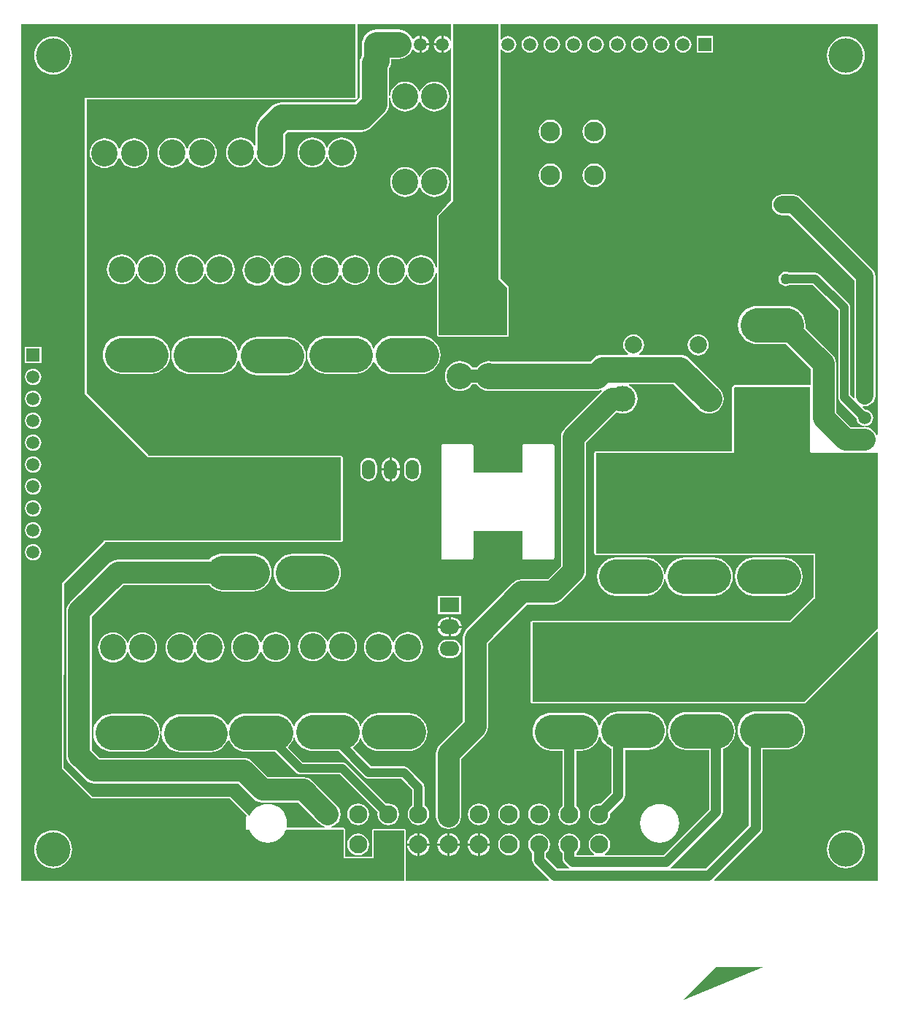
<source format=gbl>
G04*
G04 #@! TF.GenerationSoftware,Altium Limited,Altium Designer,18.0.11 (651)*
G04*
G04 Layer_Physical_Order=4*
G04 Layer_Color=16711680*
%FSLAX44Y44*%
%MOMM*%
G71*
G01*
G75*
%ADD46C,4.0000*%
%ADD47C,2.5400*%
%ADD49C,3.0000*%
%ADD50C,2.0000*%
%ADD53C,1.0000*%
%ADD54C,1.2000*%
%ADD56C,1.5000*%
%ADD57C,2.1000*%
%ADD58R,1.5000X1.5000*%
%ADD59C,1.5000*%
%ADD60C,3.0480*%
%ADD61C,2.0000*%
%ADD62C,3.0000*%
%ADD63C,2.3000*%
%ADD64R,1.5000X1.5000*%
%ADD65O,2.2860X1.7000*%
%ADD66R,2.2860X1.7000*%
%ADD67O,1.5240X2.2860*%
%ADD68C,4.0000*%
%ADD69C,1.2700*%
%ADD70C,2.5000*%
G36*
X1504666Y1282402D02*
X1503396Y1282150D01*
X1502666Y1283913D01*
X1500341Y1286942D01*
X1497313Y1289266D01*
X1493785Y1290727D01*
X1490599Y1291146D01*
X1490334Y1291181D01*
Y1292462D01*
X1490651Y1292504D01*
X1492480Y1292745D01*
X1494791Y1293702D01*
X1496775Y1295225D01*
X1498298Y1297209D01*
X1499255Y1299520D01*
X1499582Y1302000D01*
X1499255Y1304480D01*
X1498298Y1306791D01*
X1496775Y1308775D01*
X1494791Y1310298D01*
X1492480Y1311255D01*
X1490464Y1311521D01*
X1487661Y1314323D01*
X1488255Y1315526D01*
X1490000Y1315296D01*
X1493133Y1315709D01*
X1496052Y1316918D01*
X1498559Y1318842D01*
X1500482Y1321348D01*
X1501691Y1324267D01*
X1502103Y1327400D01*
Y1352800D01*
Y1466000D01*
X1501691Y1469133D01*
X1500482Y1472052D01*
X1498559Y1474559D01*
X1415558Y1557558D01*
X1413052Y1559482D01*
X1410133Y1560691D01*
X1407000Y1561104D01*
X1394000D01*
X1390867Y1560691D01*
X1387948Y1559482D01*
X1385441Y1557558D01*
X1383518Y1555052D01*
X1382309Y1552133D01*
X1381896Y1549000D01*
X1382309Y1545867D01*
X1383518Y1542948D01*
X1385441Y1540441D01*
X1387948Y1538518D01*
X1390867Y1537309D01*
X1394000Y1536896D01*
X1401987D01*
X1477896Y1460987D01*
Y1352800D01*
Y1327400D01*
X1478126Y1325655D01*
X1476923Y1325062D01*
X1473060Y1328925D01*
Y1429600D01*
X1472820Y1431427D01*
X1472115Y1433130D01*
X1470992Y1434592D01*
X1437298Y1468286D01*
X1435836Y1469409D01*
X1434133Y1470114D01*
X1432306Y1470354D01*
X1402531D01*
X1402227Y1470588D01*
X1400196Y1471429D01*
X1398016Y1471716D01*
X1395836Y1471429D01*
X1393805Y1470588D01*
X1392061Y1469249D01*
X1390722Y1467505D01*
X1389881Y1465474D01*
X1389594Y1463294D01*
X1389881Y1461114D01*
X1390722Y1459083D01*
X1392061Y1457339D01*
X1393805Y1456000D01*
X1395836Y1455159D01*
X1398016Y1454872D01*
X1400196Y1455159D01*
X1402227Y1456000D01*
X1402531Y1456234D01*
X1429382D01*
X1458940Y1426676D01*
Y1326000D01*
X1459180Y1324173D01*
X1459886Y1322470D01*
X1461008Y1321008D01*
X1480479Y1301536D01*
X1480744Y1299520D01*
X1481702Y1297209D01*
X1483224Y1295225D01*
X1485209Y1293702D01*
X1487520Y1292745D01*
X1489095Y1292537D01*
X1489415Y1292495D01*
X1489331Y1291225D01*
X1489064Y1291225D01*
X1473674D01*
X1456625Y1308274D01*
Y1364400D01*
X1456127Y1368185D01*
X1454666Y1371712D01*
X1452341Y1374742D01*
X1420802Y1406281D01*
X1421138Y1409700D01*
X1420714Y1414013D01*
X1419456Y1418160D01*
X1417413Y1421982D01*
X1414664Y1425332D01*
X1411314Y1428081D01*
X1407492Y1430124D01*
X1403345Y1431382D01*
X1399032Y1431806D01*
X1364996D01*
X1360683Y1431382D01*
X1356536Y1430124D01*
X1352714Y1428081D01*
X1349364Y1425332D01*
X1346615Y1421982D01*
X1344572Y1418160D01*
X1343314Y1414013D01*
X1342890Y1409700D01*
X1343314Y1405387D01*
X1344572Y1401240D01*
X1346615Y1397418D01*
X1349364Y1394068D01*
X1352714Y1391319D01*
X1356536Y1389276D01*
X1360683Y1388018D01*
X1364996Y1387594D01*
X1398123D01*
X1427375Y1358342D01*
Y1340898D01*
X1426105Y1340018D01*
X1426000Y1340039D01*
X1339000D01*
X1339000Y1340039D01*
X1338220Y1339884D01*
X1337558Y1339442D01*
X1337558Y1339442D01*
X1336558Y1338442D01*
X1336116Y1337780D01*
X1335961Y1337000D01*
Y1263403D01*
X1178052Y1263403D01*
X1177272Y1263248D01*
X1176610Y1262806D01*
X1176168Y1262144D01*
X1176013Y1261364D01*
X1176013Y1145000D01*
X1176168Y1144220D01*
X1176610Y1143558D01*
X1177272Y1143116D01*
X1178052Y1142961D01*
X1430521Y1142961D01*
Y1094093D01*
X1430475Y1094084D01*
X1429813Y1093642D01*
X1429813Y1093642D01*
X1402978Y1066807D01*
X1104138Y1066807D01*
X1103358Y1066652D01*
X1102696Y1066210D01*
X1102254Y1065548D01*
X1102099Y1064768D01*
Y973074D01*
X1102254Y972294D01*
X1102696Y971632D01*
X1103358Y971190D01*
X1104138Y971035D01*
X1419352Y971035D01*
X1419352Y971035D01*
X1420132Y971190D01*
X1420794Y971632D01*
X1420794Y971632D01*
X1503493Y1054331D01*
X1504666Y1053845D01*
Y765334D01*
X1315751D01*
X1315225Y766604D01*
X1368924Y820302D01*
X1370206Y821973D01*
X1371012Y823920D01*
X1371287Y826008D01*
Y917656D01*
X1398324D01*
X1402637Y918080D01*
X1406784Y919338D01*
X1410606Y921381D01*
X1413956Y924130D01*
X1416705Y927480D01*
X1418748Y931302D01*
X1420006Y935449D01*
X1420430Y939762D01*
X1420006Y944075D01*
X1418748Y948222D01*
X1416705Y952044D01*
X1413956Y955394D01*
X1410606Y958143D01*
X1406784Y960186D01*
X1402637Y961444D01*
X1398324Y961868D01*
X1364288D01*
X1359975Y961444D01*
X1355828Y960186D01*
X1352006Y958143D01*
X1348656Y955394D01*
X1345907Y952044D01*
X1343864Y948222D01*
X1342606Y944075D01*
X1342182Y939762D01*
X1342606Y935449D01*
X1343864Y931302D01*
X1345907Y927480D01*
X1348656Y924130D01*
X1352006Y921381D01*
X1355149Y919701D01*
Y829350D01*
X1305138Y779339D01*
X1264639D01*
X1264208Y780609D01*
X1265292Y781440D01*
X1322950Y839098D01*
X1324232Y840770D01*
X1325038Y842716D01*
X1325313Y844804D01*
Y918366D01*
X1326006Y918576D01*
X1329828Y920619D01*
X1333178Y923368D01*
X1335927Y926718D01*
X1337970Y930540D01*
X1339228Y934687D01*
X1339652Y939000D01*
X1339228Y943313D01*
X1337970Y947460D01*
X1335927Y951282D01*
X1333178Y954632D01*
X1329828Y957381D01*
X1326006Y959424D01*
X1321859Y960682D01*
X1317546Y961106D01*
X1283510D01*
X1279197Y960682D01*
X1275050Y959424D01*
X1271228Y957381D01*
X1267878Y954632D01*
X1265129Y951282D01*
X1263086Y947460D01*
X1261828Y943313D01*
X1261404Y939000D01*
X1261828Y934687D01*
X1263086Y930540D01*
X1265129Y926718D01*
X1267878Y923368D01*
X1271228Y920619D01*
X1275050Y918576D01*
X1279197Y917318D01*
X1283510Y916894D01*
X1309175D01*
Y848146D01*
X1256244Y795215D01*
X1188566D01*
X1188304Y796481D01*
X1190915Y798485D01*
X1192919Y801096D01*
X1194178Y804137D01*
X1194608Y807400D01*
X1194178Y810663D01*
X1192919Y813704D01*
X1190915Y816315D01*
X1188304Y818319D01*
X1185263Y819578D01*
X1182000Y820008D01*
X1178737Y819578D01*
X1175696Y818319D01*
X1173085Y816315D01*
X1171081Y813704D01*
X1169822Y810663D01*
X1169392Y807400D01*
X1169822Y804137D01*
X1171081Y801096D01*
X1173085Y798485D01*
X1175696Y796481D01*
X1175434Y795215D01*
X1155069D01*
Y797836D01*
X1155915Y798485D01*
X1157919Y801096D01*
X1159178Y804137D01*
X1159608Y807400D01*
X1159178Y810663D01*
X1157919Y813704D01*
X1155915Y816315D01*
X1153304Y818319D01*
X1150263Y819578D01*
X1147000Y820008D01*
X1143737Y819578D01*
X1140696Y818319D01*
X1138085Y816315D01*
X1136081Y813704D01*
X1134822Y810663D01*
X1134392Y807400D01*
X1134822Y804137D01*
X1136081Y801096D01*
X1138085Y798485D01*
X1138931Y797836D01*
Y791528D01*
X1139206Y789440D01*
X1140012Y787494D01*
X1141294Y785822D01*
X1145676Y781440D01*
X1146760Y780609D01*
X1146329Y779339D01*
X1133388D01*
X1120069Y792658D01*
Y797836D01*
X1120915Y798485D01*
X1122919Y801096D01*
X1124178Y804137D01*
X1124608Y807400D01*
X1124178Y810663D01*
X1122919Y813704D01*
X1120915Y816315D01*
X1118304Y818319D01*
X1115263Y819578D01*
X1112000Y820008D01*
X1108737Y819578D01*
X1105696Y818319D01*
X1103085Y816315D01*
X1101081Y813704D01*
X1099822Y810663D01*
X1099392Y807400D01*
X1099822Y804137D01*
X1101081Y801096D01*
X1103085Y798485D01*
X1103931Y797836D01*
Y789316D01*
X1104206Y787228D01*
X1105012Y785282D01*
X1106294Y783610D01*
X1123301Y766604D01*
X1122775Y765334D01*
X957587D01*
X957587Y823468D01*
X957432Y824248D01*
X956990Y824910D01*
X956328Y825352D01*
X955548Y825507D01*
X919988Y825507D01*
X919208Y825352D01*
X918546Y824910D01*
X918104Y824248D01*
X917949Y823468D01*
Y793249D01*
X887039D01*
Y824738D01*
X886884Y825518D01*
X886442Y826180D01*
X885780Y826622D01*
X885000Y826777D01*
X870684D01*
X870600Y828047D01*
X870837Y828078D01*
X874413Y829560D01*
X877484Y831916D01*
X879840Y834987D01*
X881322Y838563D01*
X881827Y842400D01*
X881322Y846237D01*
X879840Y849814D01*
X877484Y852884D01*
X849172Y881196D01*
X846102Y883552D01*
X842525Y885034D01*
X838688Y885539D01*
X797352D01*
X779596Y903294D01*
X776525Y905650D01*
X772950Y907132D01*
X769112Y907637D01*
X602280D01*
X592931Y916985D01*
Y1071327D01*
X629616Y1108011D01*
X729230D01*
X729890Y1107206D01*
X733240Y1104457D01*
X737062Y1102414D01*
X741209Y1101156D01*
X745522Y1100732D01*
X779558D01*
X783871Y1101156D01*
X788018Y1102414D01*
X791840Y1104457D01*
X795190Y1107206D01*
X797939Y1110556D01*
X799982Y1114378D01*
X801240Y1118525D01*
X801664Y1122838D01*
X801240Y1127151D01*
X799982Y1131298D01*
X797939Y1135120D01*
X795190Y1138470D01*
X791840Y1141219D01*
X788018Y1143262D01*
X783871Y1144520D01*
X779558Y1144944D01*
X745522D01*
X741209Y1144520D01*
X737062Y1143262D01*
X733240Y1141219D01*
X729890Y1138470D01*
X729230Y1137665D01*
X623474D01*
X619636Y1137160D01*
X616061Y1135678D01*
X612990Y1133322D01*
X567620Y1087952D01*
X565264Y1084881D01*
X563782Y1081305D01*
X563277Y1077468D01*
Y910844D01*
X563782Y907007D01*
X565264Y903431D01*
X567620Y900360D01*
X585654Y882326D01*
X588725Y879970D01*
X592300Y878488D01*
X596138Y877983D01*
X762971D01*
X780726Y860228D01*
X783797Y857872D01*
X787373Y856390D01*
X791210Y855885D01*
X832547D01*
X856516Y831916D01*
X859587Y829560D01*
X863163Y828078D01*
X863400Y828047D01*
X863316Y826777D01*
X820071D01*
X819220Y828047D01*
X819609Y832000D01*
X819174Y836411D01*
X817888Y840652D01*
X815799Y844561D01*
X812987Y847987D01*
X809561Y850799D01*
X805652Y852888D01*
X801411Y854174D01*
X797000Y854609D01*
X792589Y854174D01*
X788348Y852888D01*
X784439Y850799D01*
X781013Y847987D01*
X778201Y844561D01*
X776253Y840915D01*
X775829Y840944D01*
X774991Y841241D01*
X774884Y841780D01*
X774442Y842442D01*
X774442Y842442D01*
X754442Y862442D01*
X753780Y862884D01*
X753000Y863039D01*
X593901D01*
X560106Y896834D01*
X560862Y1110139D01*
X608442Y1157718D01*
X608604Y1157961D01*
X882000D01*
X882780Y1158116D01*
X883442Y1158558D01*
X883884Y1159220D01*
X884039Y1160000D01*
Y1256000D01*
X883884Y1256780D01*
X883442Y1257442D01*
X882780Y1257884D01*
X882000Y1258039D01*
X658941D01*
X587039Y1330601D01*
X587039Y1671059D01*
X898906Y1671059D01*
X899686Y1671214D01*
X900348Y1671656D01*
X900790Y1672318D01*
X900945Y1673098D01*
X900945Y1758666D01*
X1010151D01*
Y1739504D01*
X1008881Y1739252D01*
X1008514Y1740137D01*
X1006905Y1742235D01*
X1004807Y1743844D01*
X1002365Y1744856D01*
X1001014Y1745033D01*
Y1735074D01*
Y1725115D01*
X1002365Y1725292D01*
X1004807Y1726304D01*
X1006905Y1727913D01*
X1008514Y1730011D01*
X1008881Y1730896D01*
X1010151Y1730644D01*
Y1683258D01*
Y1561592D01*
Y1554502D01*
X994166Y1536776D01*
X993988Y1536478D01*
X993796Y1536190D01*
X993786Y1536138D01*
X993758Y1536092D01*
X993708Y1535749D01*
X993641Y1535410D01*
X993641Y1476436D01*
X992371Y1476374D01*
X992350Y1476580D01*
X991365Y1479829D01*
X989764Y1482824D01*
X987609Y1485450D01*
X984984Y1487604D01*
X981989Y1489205D01*
X978740Y1490190D01*
X975360Y1490523D01*
X971980Y1490190D01*
X968731Y1489205D01*
X965736Y1487604D01*
X963111Y1485450D01*
X960956Y1482824D01*
X959355Y1479829D01*
X959006Y1478677D01*
X957678D01*
X957329Y1479829D01*
X955728Y1482824D01*
X953574Y1485450D01*
X950948Y1487604D01*
X947953Y1489205D01*
X944704Y1490190D01*
X941324Y1490523D01*
X937944Y1490190D01*
X934695Y1489205D01*
X931700Y1487604D01*
X929074Y1485450D01*
X926920Y1482824D01*
X925319Y1479829D01*
X924333Y1476580D01*
X924001Y1473200D01*
X924333Y1469820D01*
X925319Y1466571D01*
X926920Y1463576D01*
X929074Y1460950D01*
X931700Y1458796D01*
X934695Y1457195D01*
X937944Y1456210D01*
X941324Y1455877D01*
X944704Y1456210D01*
X947953Y1457195D01*
X950948Y1458796D01*
X953574Y1460950D01*
X955728Y1463576D01*
X957329Y1466571D01*
X957678Y1467723D01*
X959006D01*
X959355Y1466571D01*
X960956Y1463576D01*
X963111Y1460950D01*
X965736Y1458796D01*
X968731Y1457195D01*
X971980Y1456210D01*
X975360Y1455877D01*
X978740Y1456210D01*
X981989Y1457195D01*
X984984Y1458796D01*
X987609Y1460950D01*
X989764Y1463576D01*
X991365Y1466571D01*
X992350Y1469820D01*
X992371Y1470026D01*
X993641Y1469964D01*
X993641Y1398016D01*
X993796Y1397236D01*
X994238Y1396574D01*
X994900Y1396132D01*
X995680Y1395977D01*
X1074928Y1395977D01*
X1075708Y1396132D01*
X1076370Y1396574D01*
X1076812Y1397236D01*
X1076967Y1398016D01*
X1076967Y1452880D01*
X1076812Y1453660D01*
X1076370Y1454322D01*
X1067039Y1463653D01*
Y1728987D01*
X1068309Y1729418D01*
X1069168Y1728298D01*
X1071153Y1726776D01*
X1073464Y1725818D01*
X1075944Y1725492D01*
X1078424Y1725818D01*
X1080735Y1726776D01*
X1082719Y1728298D01*
X1084242Y1730283D01*
X1085200Y1732594D01*
X1085526Y1735074D01*
X1085200Y1737554D01*
X1084242Y1739865D01*
X1082719Y1741849D01*
X1080735Y1743372D01*
X1078424Y1744330D01*
X1075944Y1744656D01*
X1073464Y1744330D01*
X1071153Y1743372D01*
X1069168Y1741849D01*
X1068309Y1740730D01*
X1067039Y1741161D01*
Y1758666D01*
X1504666D01*
Y1282402D01*
D02*
G37*
G36*
X1065000Y1462808D02*
X1074928Y1452880D01*
X1074928Y1398016D01*
X995680Y1398016D01*
X995680Y1535410D01*
X1012190Y1553718D01*
Y1561592D01*
Y1683258D01*
Y1758666D01*
X1065000D01*
Y1462808D01*
D02*
G37*
G36*
X1426000Y1263000D02*
X1427000Y1261364D01*
X1504666D01*
Y1058388D01*
X1419352Y973074D01*
X1104138Y973074D01*
Y1064768D01*
X1403823Y1064768D01*
X1431255Y1092200D01*
X1432560D01*
Y1145000D01*
X1178052Y1145000D01*
X1178052Y1261364D01*
X1338000Y1261364D01*
Y1337000D01*
X1339000Y1338000D01*
X1426000D01*
Y1263000D01*
D02*
G37*
G36*
X898906Y1673098D02*
X585000Y1673098D01*
X585000Y1329761D01*
X658091Y1256000D01*
X882000D01*
Y1160000D01*
X607000D01*
Y1159160D01*
X558826Y1110986D01*
X558064Y895993D01*
X593056Y861000D01*
X753000D01*
X773000Y841000D01*
X772000Y840000D01*
Y824738D01*
X775691D01*
X776112Y823348D01*
X778201Y819439D01*
X781013Y816013D01*
X784439Y813201D01*
X788348Y811112D01*
X792589Y809826D01*
X797000Y809391D01*
X801411Y809826D01*
X805652Y811112D01*
X809561Y813201D01*
X812987Y816013D01*
X815799Y819439D01*
X817888Y823348D01*
X818309Y824738D01*
X885000D01*
Y791210D01*
X919988D01*
Y823468D01*
X955548Y823468D01*
X955548Y765334D01*
X511334D01*
Y1758666D01*
X898906D01*
X898906Y1673098D01*
D02*
G37*
G36*
X1279652Y627634D02*
X1317117Y665099D01*
X1372362D01*
X1279652Y627634D01*
D02*
G37*
%LPC*%
G36*
X975614Y1745033D02*
Y1736344D01*
X984303D01*
X984126Y1737695D01*
X983114Y1740137D01*
X981505Y1742235D01*
X979407Y1743844D01*
X976965Y1744856D01*
X975614Y1745033D01*
D02*
G37*
G36*
X998474D02*
X997123Y1744856D01*
X994681Y1743844D01*
X992583Y1742235D01*
X990974Y1740137D01*
X989962Y1737695D01*
X989785Y1736344D01*
X998474D01*
Y1745033D01*
D02*
G37*
G36*
X1314044Y1744574D02*
X1295044D01*
Y1725574D01*
X1314044D01*
Y1744574D01*
D02*
G37*
G36*
X1279144Y1744656D02*
X1276664Y1744330D01*
X1274353Y1743372D01*
X1272369Y1741849D01*
X1270846Y1739865D01*
X1269889Y1737554D01*
X1269562Y1735074D01*
X1269889Y1732594D01*
X1270846Y1730283D01*
X1272369Y1728298D01*
X1274353Y1726776D01*
X1276664Y1725818D01*
X1279144Y1725492D01*
X1281624Y1725818D01*
X1283935Y1726776D01*
X1285919Y1728298D01*
X1287442Y1730283D01*
X1288400Y1732594D01*
X1288726Y1735074D01*
X1288400Y1737554D01*
X1287442Y1739865D01*
X1285919Y1741849D01*
X1283935Y1743372D01*
X1281624Y1744330D01*
X1279144Y1744656D01*
D02*
G37*
G36*
X1253744D02*
X1251264Y1744330D01*
X1248953Y1743372D01*
X1246969Y1741849D01*
X1245446Y1739865D01*
X1244489Y1737554D01*
X1244162Y1735074D01*
X1244489Y1732594D01*
X1245446Y1730283D01*
X1246969Y1728298D01*
X1248953Y1726776D01*
X1251264Y1725818D01*
X1253744Y1725492D01*
X1256224Y1725818D01*
X1258535Y1726776D01*
X1260519Y1728298D01*
X1262042Y1730283D01*
X1262999Y1732594D01*
X1263326Y1735074D01*
X1262999Y1737554D01*
X1262042Y1739865D01*
X1260519Y1741849D01*
X1258535Y1743372D01*
X1256224Y1744330D01*
X1253744Y1744656D01*
D02*
G37*
G36*
X1228344D02*
X1225864Y1744330D01*
X1223553Y1743372D01*
X1221569Y1741849D01*
X1220046Y1739865D01*
X1219089Y1737554D01*
X1218762Y1735074D01*
X1219089Y1732594D01*
X1220046Y1730283D01*
X1221569Y1728298D01*
X1223553Y1726776D01*
X1225864Y1725818D01*
X1228344Y1725492D01*
X1230824Y1725818D01*
X1233135Y1726776D01*
X1235119Y1728298D01*
X1236642Y1730283D01*
X1237599Y1732594D01*
X1237926Y1735074D01*
X1237599Y1737554D01*
X1236642Y1739865D01*
X1235119Y1741849D01*
X1233135Y1743372D01*
X1230824Y1744330D01*
X1228344Y1744656D01*
D02*
G37*
G36*
X1202944D02*
X1200464Y1744330D01*
X1198153Y1743372D01*
X1196169Y1741849D01*
X1194646Y1739865D01*
X1193689Y1737554D01*
X1193362Y1735074D01*
X1193689Y1732594D01*
X1194646Y1730283D01*
X1196169Y1728298D01*
X1198153Y1726776D01*
X1200464Y1725818D01*
X1202944Y1725492D01*
X1205424Y1725818D01*
X1207735Y1726776D01*
X1209719Y1728298D01*
X1211242Y1730283D01*
X1212199Y1732594D01*
X1212526Y1735074D01*
X1212199Y1737554D01*
X1211242Y1739865D01*
X1209719Y1741849D01*
X1207735Y1743372D01*
X1205424Y1744330D01*
X1202944Y1744656D01*
D02*
G37*
G36*
X1177544D02*
X1175064Y1744330D01*
X1172753Y1743372D01*
X1170769Y1741849D01*
X1169246Y1739865D01*
X1168288Y1737554D01*
X1167962Y1735074D01*
X1168288Y1732594D01*
X1169246Y1730283D01*
X1170769Y1728298D01*
X1172753Y1726776D01*
X1175064Y1725818D01*
X1177544Y1725492D01*
X1180024Y1725818D01*
X1182335Y1726776D01*
X1184319Y1728298D01*
X1185842Y1730283D01*
X1186799Y1732594D01*
X1187126Y1735074D01*
X1186799Y1737554D01*
X1185842Y1739865D01*
X1184319Y1741849D01*
X1182335Y1743372D01*
X1180024Y1744330D01*
X1177544Y1744656D01*
D02*
G37*
G36*
X1152144D02*
X1149664Y1744330D01*
X1147353Y1743372D01*
X1145369Y1741849D01*
X1143846Y1739865D01*
X1142888Y1737554D01*
X1142562Y1735074D01*
X1142888Y1732594D01*
X1143846Y1730283D01*
X1145369Y1728298D01*
X1147353Y1726776D01*
X1149664Y1725818D01*
X1152144Y1725492D01*
X1154624Y1725818D01*
X1156935Y1726776D01*
X1158919Y1728298D01*
X1160442Y1730283D01*
X1161400Y1732594D01*
X1161726Y1735074D01*
X1161400Y1737554D01*
X1160442Y1739865D01*
X1158919Y1741849D01*
X1156935Y1743372D01*
X1154624Y1744330D01*
X1152144Y1744656D01*
D02*
G37*
G36*
X1126744D02*
X1124264Y1744330D01*
X1121953Y1743372D01*
X1119969Y1741849D01*
X1118446Y1739865D01*
X1117488Y1737554D01*
X1117162Y1735074D01*
X1117488Y1732594D01*
X1118446Y1730283D01*
X1119969Y1728298D01*
X1121953Y1726776D01*
X1124264Y1725818D01*
X1126744Y1725492D01*
X1129224Y1725818D01*
X1131535Y1726776D01*
X1133520Y1728298D01*
X1135042Y1730283D01*
X1136000Y1732594D01*
X1136326Y1735074D01*
X1136000Y1737554D01*
X1135042Y1739865D01*
X1133520Y1741849D01*
X1131535Y1743372D01*
X1129224Y1744330D01*
X1126744Y1744656D01*
D02*
G37*
G36*
X1101344D02*
X1098864Y1744330D01*
X1096553Y1743372D01*
X1094569Y1741849D01*
X1093046Y1739865D01*
X1092088Y1737554D01*
X1091762Y1735074D01*
X1092088Y1732594D01*
X1093046Y1730283D01*
X1094569Y1728298D01*
X1096553Y1726776D01*
X1098864Y1725818D01*
X1101344Y1725492D01*
X1103824Y1725818D01*
X1106135Y1726776D01*
X1108119Y1728298D01*
X1109642Y1730283D01*
X1110600Y1732594D01*
X1110926Y1735074D01*
X1110600Y1737554D01*
X1109642Y1739865D01*
X1108119Y1741849D01*
X1106135Y1743372D01*
X1103824Y1744330D01*
X1101344Y1744656D01*
D02*
G37*
G36*
X984303Y1733804D02*
X975614D01*
Y1725115D01*
X976965Y1725292D01*
X979407Y1726304D01*
X981505Y1727913D01*
X983114Y1730011D01*
X984126Y1732453D01*
X984303Y1733804D01*
D02*
G37*
G36*
X998474D02*
X989785D01*
X989962Y1732453D01*
X990974Y1730011D01*
X992583Y1727913D01*
X994681Y1726304D01*
X997123Y1725292D01*
X998474Y1725115D01*
Y1733804D01*
D02*
G37*
G36*
X948944Y1752156D02*
X923544D01*
X920211Y1751828D01*
X917007Y1750856D01*
X914054Y1749277D01*
X911465Y1747153D01*
X909341Y1744564D01*
X907762Y1741611D01*
X906790Y1738407D01*
X906462Y1735074D01*
Y1722086D01*
X905222Y1719767D01*
X904250Y1716563D01*
X903922Y1713230D01*
Y1673316D01*
X898180Y1667574D01*
X813054D01*
X809721Y1667246D01*
X806517Y1666274D01*
X803564Y1664695D01*
X800975Y1662571D01*
X788021Y1649617D01*
X785897Y1647028D01*
X784318Y1644075D01*
X783346Y1640871D01*
X783018Y1637538D01*
Y1617146D01*
X781748Y1616828D01*
X780468Y1619222D01*
X778314Y1621848D01*
X775688Y1624002D01*
X772693Y1625603D01*
X769444Y1626588D01*
X766064Y1626921D01*
X762684Y1626588D01*
X759435Y1625603D01*
X756440Y1624002D01*
X753814Y1621848D01*
X751660Y1619222D01*
X750059Y1616227D01*
X749073Y1612978D01*
X748741Y1609598D01*
X749073Y1606218D01*
X750059Y1602969D01*
X751660Y1599974D01*
X753814Y1597348D01*
X756440Y1595194D01*
X759435Y1593593D01*
X762684Y1592608D01*
X766064Y1592275D01*
X769444Y1592608D01*
X772693Y1593593D01*
X775688Y1595194D01*
X778314Y1597348D01*
X780468Y1599974D01*
X782069Y1602969D01*
X782418Y1604121D01*
X783746D01*
X784095Y1602969D01*
X785696Y1599974D01*
X787850Y1597348D01*
X790476Y1595194D01*
X793471Y1593593D01*
X796720Y1592608D01*
X800100Y1592275D01*
X803480Y1592608D01*
X806729Y1593593D01*
X809724Y1595194D01*
X812349Y1597348D01*
X814504Y1599974D01*
X816105Y1602969D01*
X817091Y1606218D01*
X817423Y1609598D01*
X817182Y1612047D01*
Y1630462D01*
X820130Y1633410D01*
X905256D01*
X908589Y1633738D01*
X911793Y1634710D01*
X914746Y1636289D01*
X917335Y1638413D01*
X933083Y1654161D01*
X935207Y1656750D01*
X936786Y1659703D01*
X937758Y1662907D01*
X938086Y1666240D01*
Y1673131D01*
X939356Y1673194D01*
X939574Y1670988D01*
X940559Y1667739D01*
X942160Y1664744D01*
X944314Y1662119D01*
X946940Y1659964D01*
X949935Y1658363D01*
X953184Y1657377D01*
X956564Y1657045D01*
X959944Y1657377D01*
X963193Y1658363D01*
X966188Y1659964D01*
X968813Y1662119D01*
X970968Y1664744D01*
X972569Y1667739D01*
X972918Y1668891D01*
X974246D01*
X974595Y1667739D01*
X976196Y1664744D01*
X978351Y1662119D01*
X980976Y1659964D01*
X983971Y1658363D01*
X987220Y1657377D01*
X990600Y1657045D01*
X993980Y1657377D01*
X997229Y1658363D01*
X1000224Y1659964D01*
X1002850Y1662119D01*
X1005004Y1664744D01*
X1006605Y1667739D01*
X1007590Y1670988D01*
X1007923Y1674368D01*
X1007590Y1677748D01*
X1006605Y1680997D01*
X1005004Y1683992D01*
X1002850Y1686617D01*
X1000224Y1688772D01*
X997229Y1690373D01*
X993980Y1691358D01*
X990600Y1691691D01*
X987220Y1691358D01*
X983971Y1690373D01*
X980976Y1688772D01*
X978351Y1686617D01*
X976196Y1683992D01*
X974595Y1680997D01*
X974246Y1679845D01*
X972918D01*
X972569Y1680997D01*
X970968Y1683992D01*
X968813Y1686617D01*
X966188Y1688772D01*
X963193Y1690373D01*
X959944Y1691358D01*
X956564Y1691691D01*
X953184Y1691358D01*
X949935Y1690373D01*
X946940Y1688772D01*
X944314Y1686617D01*
X942160Y1683992D01*
X940559Y1680997D01*
X939574Y1677748D01*
X939356Y1675542D01*
X938086Y1675605D01*
Y1706914D01*
X939326Y1709233D01*
X940298Y1712437D01*
X940626Y1715770D01*
Y1717992D01*
X948944D01*
X952277Y1718320D01*
X955481Y1719292D01*
X958434Y1720871D01*
X961023Y1722995D01*
X963147Y1725584D01*
X964726Y1728537D01*
X964833Y1728890D01*
X966238Y1729146D01*
X967183Y1727913D01*
X969281Y1726304D01*
X971723Y1725292D01*
X973074Y1725115D01*
Y1735074D01*
Y1745033D01*
X971723Y1744856D01*
X969281Y1743844D01*
X967183Y1742235D01*
X966238Y1741002D01*
X964833Y1741258D01*
X964726Y1741611D01*
X963147Y1744564D01*
X961023Y1747153D01*
X958434Y1749277D01*
X955481Y1750856D01*
X952277Y1751828D01*
X948944Y1752156D01*
D02*
G37*
G36*
X1468000Y1744106D02*
X1463687Y1743682D01*
X1459540Y1742424D01*
X1455718Y1740381D01*
X1452368Y1737632D01*
X1449619Y1734282D01*
X1447576Y1730460D01*
X1446318Y1726313D01*
X1445894Y1722000D01*
X1446318Y1717687D01*
X1447576Y1713540D01*
X1449619Y1709718D01*
X1452368Y1706368D01*
X1455718Y1703619D01*
X1459540Y1701576D01*
X1463687Y1700318D01*
X1468000Y1699894D01*
X1472313Y1700318D01*
X1476460Y1701576D01*
X1480282Y1703619D01*
X1483632Y1706368D01*
X1486381Y1709718D01*
X1488424Y1713540D01*
X1489682Y1717687D01*
X1490106Y1722000D01*
X1489682Y1726313D01*
X1488424Y1730460D01*
X1486381Y1734282D01*
X1483632Y1737632D01*
X1480282Y1740381D01*
X1476460Y1742424D01*
X1472313Y1743682D01*
X1468000Y1744106D01*
D02*
G37*
G36*
X1176020Y1647599D02*
X1172496Y1647135D01*
X1169212Y1645774D01*
X1166392Y1643610D01*
X1164228Y1640790D01*
X1162868Y1637506D01*
X1162403Y1633982D01*
X1162868Y1630458D01*
X1164228Y1627174D01*
X1166392Y1624354D01*
X1169212Y1622190D01*
X1172496Y1620829D01*
X1176020Y1620365D01*
X1179544Y1620829D01*
X1182828Y1622190D01*
X1185648Y1624354D01*
X1187812Y1627174D01*
X1189173Y1630458D01*
X1189637Y1633982D01*
X1189173Y1637506D01*
X1187812Y1640790D01*
X1185648Y1643610D01*
X1182828Y1645774D01*
X1179544Y1647135D01*
X1176020Y1647599D01*
D02*
G37*
G36*
X1125220D02*
X1121696Y1647135D01*
X1118412Y1645774D01*
X1115592Y1643610D01*
X1113428Y1640790D01*
X1112067Y1637506D01*
X1111603Y1633982D01*
X1112067Y1630458D01*
X1113428Y1627174D01*
X1115592Y1624354D01*
X1118412Y1622190D01*
X1121696Y1620829D01*
X1125220Y1620365D01*
X1128744Y1620829D01*
X1132028Y1622190D01*
X1134848Y1624354D01*
X1137012Y1627174D01*
X1138372Y1630458D01*
X1138837Y1633982D01*
X1138372Y1637506D01*
X1137012Y1640790D01*
X1134848Y1643610D01*
X1132028Y1645774D01*
X1128744Y1647135D01*
X1125220Y1647599D01*
D02*
G37*
G36*
X883036Y1626921D02*
X879656Y1626588D01*
X876407Y1625603D01*
X873412Y1624002D01*
X870787Y1621848D01*
X868632Y1619222D01*
X867031Y1616227D01*
X866682Y1615075D01*
X865354D01*
X865005Y1616227D01*
X863404Y1619222D01*
X861249Y1621848D01*
X858624Y1624002D01*
X855629Y1625603D01*
X852380Y1626588D01*
X849000Y1626921D01*
X845620Y1626588D01*
X842371Y1625603D01*
X839376Y1624002D01*
X836750Y1621848D01*
X834596Y1619222D01*
X832995Y1616227D01*
X832010Y1612978D01*
X831677Y1609598D01*
X832010Y1606218D01*
X832995Y1602969D01*
X834596Y1599974D01*
X836750Y1597348D01*
X839376Y1595194D01*
X842371Y1593593D01*
X845620Y1592608D01*
X849000Y1592275D01*
X852380Y1592608D01*
X855629Y1593593D01*
X858624Y1595194D01*
X861249Y1597348D01*
X863404Y1599974D01*
X865005Y1602969D01*
X865354Y1604121D01*
X866682D01*
X867031Y1602969D01*
X868632Y1599974D01*
X870787Y1597348D01*
X873412Y1595194D01*
X876407Y1593593D01*
X879656Y1592608D01*
X883036Y1592275D01*
X886416Y1592608D01*
X889665Y1593593D01*
X892660Y1595194D01*
X895285Y1597348D01*
X897440Y1599974D01*
X899041Y1602969D01*
X900026Y1606218D01*
X900359Y1609598D01*
X900026Y1612978D01*
X899041Y1616227D01*
X897440Y1619222D01*
X895285Y1621848D01*
X892660Y1624002D01*
X889665Y1625603D01*
X886416Y1626588D01*
X883036Y1626921D01*
D02*
G37*
G36*
X720598Y1626413D02*
X717218Y1626080D01*
X713969Y1625095D01*
X710974Y1623494D01*
X708348Y1621340D01*
X706194Y1618714D01*
X704593Y1615719D01*
X704244Y1614567D01*
X702916D01*
X702567Y1615719D01*
X700966Y1618714D01*
X698811Y1621340D01*
X696186Y1623494D01*
X693191Y1625095D01*
X689942Y1626080D01*
X686562Y1626413D01*
X683182Y1626080D01*
X679933Y1625095D01*
X676938Y1623494D01*
X674313Y1621340D01*
X672158Y1618714D01*
X670557Y1615719D01*
X669572Y1612470D01*
X669239Y1609090D01*
X669572Y1605710D01*
X670557Y1602461D01*
X672158Y1599466D01*
X674313Y1596841D01*
X676938Y1594686D01*
X679933Y1593085D01*
X683182Y1592099D01*
X686562Y1591767D01*
X689942Y1592099D01*
X693191Y1593085D01*
X696186Y1594686D01*
X698811Y1596841D01*
X700966Y1599466D01*
X702567Y1602461D01*
X702916Y1603613D01*
X704244D01*
X704593Y1602461D01*
X706194Y1599466D01*
X708348Y1596841D01*
X710974Y1594686D01*
X713969Y1593085D01*
X717218Y1592099D01*
X720598Y1591767D01*
X723978Y1592099D01*
X727227Y1593085D01*
X730222Y1594686D01*
X732848Y1596841D01*
X735002Y1599466D01*
X736603Y1602461D01*
X737589Y1605710D01*
X737921Y1609090D01*
X737589Y1612470D01*
X736603Y1615719D01*
X735002Y1618714D01*
X732848Y1621340D01*
X730222Y1623494D01*
X727227Y1625095D01*
X723978Y1626080D01*
X720598Y1626413D01*
D02*
G37*
G36*
X642000Y1626263D02*
X638620Y1625930D01*
X635371Y1624945D01*
X632376Y1623344D01*
X629751Y1621190D01*
X627596Y1618564D01*
X625995Y1615569D01*
X625646Y1614417D01*
X624318D01*
X623969Y1615569D01*
X622368Y1618564D01*
X620214Y1621190D01*
X617588Y1623344D01*
X614593Y1624945D01*
X611344Y1625930D01*
X607964Y1626263D01*
X604584Y1625930D01*
X601335Y1624945D01*
X598340Y1623344D01*
X595714Y1621190D01*
X593560Y1618564D01*
X591959Y1615569D01*
X590974Y1612320D01*
X590641Y1608940D01*
X590974Y1605560D01*
X591959Y1602311D01*
X593560Y1599316D01*
X595714Y1596691D01*
X598340Y1594536D01*
X601335Y1592935D01*
X604584Y1591949D01*
X607964Y1591617D01*
X611344Y1591949D01*
X614593Y1592935D01*
X617588Y1594536D01*
X620214Y1596691D01*
X622368Y1599316D01*
X623969Y1602311D01*
X624318Y1603463D01*
X625646D01*
X625995Y1602311D01*
X627596Y1599316D01*
X629751Y1596691D01*
X632376Y1594536D01*
X635371Y1592935D01*
X638620Y1591949D01*
X642000Y1591617D01*
X645380Y1591949D01*
X648629Y1592935D01*
X651624Y1594536D01*
X654249Y1596691D01*
X656404Y1599316D01*
X658005Y1602311D01*
X658991Y1605560D01*
X659323Y1608940D01*
X658991Y1612320D01*
X658005Y1615569D01*
X656404Y1618564D01*
X654249Y1621190D01*
X651624Y1623344D01*
X648629Y1624945D01*
X645380Y1625930D01*
X642000Y1626263D01*
D02*
G37*
G36*
X990600Y1592631D02*
X987220Y1592298D01*
X983971Y1591313D01*
X980976Y1589712D01*
X978351Y1587558D01*
X976196Y1584932D01*
X974595Y1581937D01*
X974246Y1580785D01*
X972918D01*
X972569Y1581937D01*
X970968Y1584932D01*
X968813Y1587558D01*
X966188Y1589712D01*
X963193Y1591313D01*
X959944Y1592298D01*
X956564Y1592631D01*
X953184Y1592298D01*
X949935Y1591313D01*
X946940Y1589712D01*
X944314Y1587558D01*
X942160Y1584932D01*
X940559Y1581937D01*
X939574Y1578688D01*
X939241Y1575308D01*
X939574Y1571928D01*
X940559Y1568679D01*
X942160Y1565684D01*
X944314Y1563058D01*
X946940Y1560904D01*
X949935Y1559303D01*
X953184Y1558318D01*
X956564Y1557985D01*
X959944Y1558318D01*
X963193Y1559303D01*
X966188Y1560904D01*
X968813Y1563058D01*
X970968Y1565684D01*
X972569Y1568679D01*
X972918Y1569831D01*
X974246D01*
X974595Y1568679D01*
X976196Y1565684D01*
X978351Y1563058D01*
X980976Y1560904D01*
X983971Y1559303D01*
X987220Y1558318D01*
X990600Y1557985D01*
X993980Y1558318D01*
X997229Y1559303D01*
X1000224Y1560904D01*
X1002850Y1563058D01*
X1005004Y1565684D01*
X1006605Y1568679D01*
X1007590Y1571928D01*
X1007923Y1575308D01*
X1007590Y1578688D01*
X1006605Y1581937D01*
X1005004Y1584932D01*
X1002850Y1587558D01*
X1000224Y1589712D01*
X997229Y1591313D01*
X993980Y1592298D01*
X990600Y1592631D01*
D02*
G37*
G36*
X1176020Y1596799D02*
X1172496Y1596335D01*
X1169212Y1594974D01*
X1166392Y1592810D01*
X1164228Y1589990D01*
X1162868Y1586706D01*
X1162403Y1583182D01*
X1162868Y1579658D01*
X1164228Y1576374D01*
X1166392Y1573554D01*
X1169212Y1571390D01*
X1172496Y1570029D01*
X1176020Y1569565D01*
X1179544Y1570029D01*
X1182828Y1571390D01*
X1185648Y1573554D01*
X1187812Y1576374D01*
X1189173Y1579658D01*
X1189637Y1583182D01*
X1189173Y1586706D01*
X1187812Y1589990D01*
X1185648Y1592810D01*
X1182828Y1594974D01*
X1179544Y1596335D01*
X1176020Y1596799D01*
D02*
G37*
G36*
X1125220D02*
X1121696Y1596335D01*
X1118412Y1594974D01*
X1115592Y1592810D01*
X1113428Y1589990D01*
X1112067Y1586706D01*
X1111603Y1583182D01*
X1112067Y1579658D01*
X1113428Y1576374D01*
X1115592Y1573554D01*
X1118412Y1571390D01*
X1121696Y1570029D01*
X1125220Y1569565D01*
X1128744Y1570029D01*
X1132028Y1571390D01*
X1134848Y1573554D01*
X1137012Y1576374D01*
X1138372Y1579658D01*
X1138837Y1583182D01*
X1138372Y1586706D01*
X1137012Y1589990D01*
X1134848Y1592810D01*
X1132028Y1594974D01*
X1128744Y1596335D01*
X1125220Y1596799D01*
D02*
G37*
G36*
X741426Y1491539D02*
X738046Y1491207D01*
X734797Y1490221D01*
X731802Y1488620D01*
X729176Y1486465D01*
X727022Y1483840D01*
X725421Y1480845D01*
X725072Y1479693D01*
X723744D01*
X723395Y1480845D01*
X721794Y1483840D01*
X719640Y1486465D01*
X717014Y1488620D01*
X714019Y1490221D01*
X710770Y1491207D01*
X707390Y1491539D01*
X704010Y1491207D01*
X700761Y1490221D01*
X697766Y1488620D01*
X695141Y1486465D01*
X692986Y1483840D01*
X691385Y1480845D01*
X690399Y1477596D01*
X690067Y1474216D01*
X690399Y1470836D01*
X691385Y1467587D01*
X692986Y1464592D01*
X695141Y1461967D01*
X697766Y1459812D01*
X700761Y1458211D01*
X704010Y1457225D01*
X707390Y1456893D01*
X710770Y1457225D01*
X714019Y1458211D01*
X717014Y1459812D01*
X719640Y1461967D01*
X721794Y1464592D01*
X723395Y1467587D01*
X723744Y1468739D01*
X725072D01*
X725421Y1467587D01*
X727022Y1464592D01*
X729176Y1461967D01*
X731802Y1459812D01*
X734797Y1458211D01*
X738046Y1457225D01*
X741426Y1456893D01*
X744806Y1457225D01*
X748055Y1458211D01*
X751050Y1459812D01*
X753676Y1461967D01*
X755830Y1464592D01*
X757431Y1467587D01*
X758417Y1470836D01*
X758749Y1474216D01*
X758417Y1477596D01*
X757431Y1480845D01*
X755830Y1483840D01*
X753676Y1486465D01*
X751050Y1488620D01*
X748055Y1490221D01*
X744806Y1491207D01*
X741426Y1491539D01*
D02*
G37*
G36*
X661670D02*
X658290Y1491207D01*
X655041Y1490221D01*
X652046Y1488620D01*
X649420Y1486465D01*
X647266Y1483840D01*
X645665Y1480845D01*
X645316Y1479693D01*
X643988D01*
X643639Y1480845D01*
X642038Y1483840D01*
X639883Y1486465D01*
X637258Y1488620D01*
X634263Y1490221D01*
X631014Y1491207D01*
X627634Y1491539D01*
X624254Y1491207D01*
X621005Y1490221D01*
X618010Y1488620D01*
X615384Y1486465D01*
X613230Y1483840D01*
X611629Y1480845D01*
X610644Y1477596D01*
X610311Y1474216D01*
X610644Y1470836D01*
X611629Y1467587D01*
X613230Y1464592D01*
X615384Y1461967D01*
X618010Y1459812D01*
X621005Y1458211D01*
X624254Y1457225D01*
X627634Y1456893D01*
X631014Y1457225D01*
X634263Y1458211D01*
X637258Y1459812D01*
X639883Y1461967D01*
X642038Y1464592D01*
X643639Y1467587D01*
X643988Y1468739D01*
X645316D01*
X645665Y1467587D01*
X647266Y1464592D01*
X649420Y1461967D01*
X652046Y1459812D01*
X655041Y1458211D01*
X658290Y1457225D01*
X661670Y1456893D01*
X665050Y1457225D01*
X668299Y1458211D01*
X671294Y1459812D01*
X673920Y1461967D01*
X676074Y1464592D01*
X677675Y1467587D01*
X678661Y1470836D01*
X678993Y1474216D01*
X678661Y1477596D01*
X677675Y1480845D01*
X676074Y1483840D01*
X673920Y1486465D01*
X671294Y1488620D01*
X668299Y1490221D01*
X665050Y1491207D01*
X661670Y1491539D01*
D02*
G37*
G36*
X898398Y1490777D02*
X895018Y1490444D01*
X891769Y1489459D01*
X888774Y1487858D01*
X886149Y1485703D01*
X883994Y1483078D01*
X882393Y1480083D01*
X882044Y1478931D01*
X880716D01*
X880367Y1480083D01*
X878766Y1483078D01*
X876611Y1485703D01*
X873986Y1487858D01*
X870991Y1489459D01*
X867742Y1490444D01*
X864362Y1490777D01*
X860982Y1490444D01*
X857733Y1489459D01*
X854738Y1487858D01*
X852113Y1485703D01*
X849958Y1483078D01*
X848357Y1480083D01*
X847372Y1476834D01*
X847039Y1473454D01*
X847372Y1470074D01*
X848357Y1466825D01*
X849958Y1463830D01*
X852113Y1461205D01*
X854738Y1459050D01*
X857733Y1457449D01*
X860982Y1456463D01*
X864362Y1456131D01*
X867742Y1456463D01*
X870991Y1457449D01*
X873986Y1459050D01*
X876611Y1461205D01*
X878766Y1463830D01*
X880367Y1466825D01*
X880716Y1467977D01*
X882044D01*
X882393Y1466825D01*
X883994Y1463830D01*
X886149Y1461205D01*
X888774Y1459050D01*
X891769Y1457449D01*
X895018Y1456463D01*
X898398Y1456131D01*
X901778Y1456463D01*
X905027Y1457449D01*
X908022Y1459050D01*
X910648Y1461205D01*
X912802Y1463830D01*
X914403Y1466825D01*
X915388Y1470074D01*
X915721Y1473454D01*
X915388Y1476834D01*
X914403Y1480083D01*
X912802Y1483078D01*
X910648Y1485703D01*
X908022Y1487858D01*
X905027Y1489459D01*
X901778Y1490444D01*
X898398Y1490777D01*
D02*
G37*
G36*
X819150Y1490015D02*
X815770Y1489682D01*
X812521Y1488697D01*
X809526Y1487096D01*
X806900Y1484942D01*
X804746Y1482316D01*
X803145Y1479321D01*
X802796Y1478169D01*
X801468D01*
X801119Y1479321D01*
X799518Y1482316D01*
X797364Y1484942D01*
X794738Y1487096D01*
X791743Y1488697D01*
X788494Y1489682D01*
X785114Y1490015D01*
X781734Y1489682D01*
X778485Y1488697D01*
X775490Y1487096D01*
X772865Y1484942D01*
X770710Y1482316D01*
X769109Y1479321D01*
X768123Y1476072D01*
X767791Y1472692D01*
X768123Y1469312D01*
X769109Y1466063D01*
X770710Y1463068D01*
X772865Y1460443D01*
X775490Y1458288D01*
X778485Y1456687D01*
X781734Y1455701D01*
X785114Y1455369D01*
X788494Y1455701D01*
X791743Y1456687D01*
X794738Y1458288D01*
X797364Y1460443D01*
X799518Y1463068D01*
X801119Y1466063D01*
X801468Y1467215D01*
X802796D01*
X803145Y1466063D01*
X804746Y1463068D01*
X806900Y1460443D01*
X809526Y1458288D01*
X812521Y1456687D01*
X815770Y1455701D01*
X819150Y1455369D01*
X822530Y1455701D01*
X825779Y1456687D01*
X828774Y1458288D01*
X831400Y1460443D01*
X833554Y1463068D01*
X835155Y1466063D01*
X836141Y1469312D01*
X836473Y1472692D01*
X836141Y1476072D01*
X835155Y1479321D01*
X833554Y1482316D01*
X831400Y1484942D01*
X828774Y1487096D01*
X825779Y1488697D01*
X822530Y1489682D01*
X819150Y1490015D01*
D02*
G37*
G36*
X1221578Y1398652D02*
X1218445Y1398239D01*
X1215526Y1397030D01*
X1213019Y1395107D01*
X1211096Y1392600D01*
X1209887Y1389681D01*
X1209474Y1386548D01*
X1209887Y1383415D01*
X1211096Y1380496D01*
X1213019Y1377990D01*
X1215153Y1376352D01*
X1214722Y1375082D01*
X1185788D01*
X1185788Y1375082D01*
X1184200Y1374926D01*
X1182455Y1374754D01*
X1179251Y1373782D01*
X1176298Y1372203D01*
X1173709Y1370079D01*
X1171230Y1367600D01*
X1056549D01*
X1054100Y1367841D01*
X1050720Y1367509D01*
X1047471Y1366523D01*
X1044476Y1364922D01*
X1041851Y1362767D01*
X1039696Y1360142D01*
X1039673Y1360100D01*
X1034491D01*
X1034468Y1360142D01*
X1032314Y1362767D01*
X1029688Y1364922D01*
X1026693Y1366523D01*
X1023444Y1367509D01*
X1020064Y1367841D01*
X1016684Y1367509D01*
X1013435Y1366523D01*
X1010440Y1364922D01*
X1007814Y1362767D01*
X1005660Y1360142D01*
X1004059Y1357147D01*
X1003074Y1353898D01*
X1002741Y1350518D01*
X1003074Y1347138D01*
X1004059Y1343889D01*
X1005660Y1340894D01*
X1007814Y1338268D01*
X1010440Y1336114D01*
X1013435Y1334513D01*
X1016684Y1333528D01*
X1020064Y1333195D01*
X1023444Y1333528D01*
X1026693Y1334513D01*
X1029688Y1336114D01*
X1032314Y1338268D01*
X1034468Y1340894D01*
X1034491Y1340936D01*
X1039673D01*
X1039696Y1340894D01*
X1041851Y1338268D01*
X1044476Y1336114D01*
X1047471Y1334513D01*
X1050720Y1333528D01*
X1054100Y1333195D01*
X1056549Y1333436D01*
X1178306D01*
X1181639Y1333764D01*
X1183606Y1334361D01*
X1185133Y1333526D01*
X1185178Y1333369D01*
X1141548Y1289740D01*
X1139224Y1286711D01*
X1137763Y1283183D01*
X1137265Y1279398D01*
Y1130262D01*
X1121956Y1114953D01*
X1091692D01*
X1087907Y1114455D01*
X1084380Y1112994D01*
X1081350Y1110669D01*
X1027757Y1057076D01*
X1025432Y1054047D01*
X1023971Y1050519D01*
X1023473Y1046734D01*
Y949922D01*
X996515Y922963D01*
X994190Y919935D01*
X992729Y916407D01*
X992231Y912622D01*
Y839978D01*
X992729Y836193D01*
X994190Y832665D01*
X996515Y829637D01*
X999543Y827312D01*
X1003071Y825851D01*
X1006856Y825353D01*
X1010641Y825851D01*
X1014169Y827312D01*
X1017197Y829637D01*
X1019522Y832665D01*
X1020983Y836193D01*
X1021481Y839978D01*
Y906564D01*
X1048439Y933522D01*
X1050764Y936552D01*
X1052225Y940079D01*
X1052723Y943864D01*
Y1040676D01*
X1097750Y1085703D01*
X1128014D01*
X1131799Y1086201D01*
X1135327Y1087662D01*
X1138355Y1089986D01*
X1162232Y1113863D01*
X1164556Y1116891D01*
X1166017Y1120419D01*
X1166515Y1124204D01*
Y1273340D01*
X1201824Y1308649D01*
X1202541Y1308266D01*
X1205745Y1307294D01*
X1209078Y1306966D01*
X1212411Y1307294D01*
X1215615Y1308266D01*
X1218568Y1309845D01*
X1221157Y1311969D01*
X1223281Y1314558D01*
X1224860Y1317511D01*
X1225832Y1320715D01*
X1226160Y1324048D01*
X1225832Y1327381D01*
X1224860Y1330585D01*
X1223281Y1333538D01*
X1221157Y1336127D01*
X1218568Y1338251D01*
X1215956Y1339648D01*
X1216274Y1340918D01*
X1268050D01*
X1296999Y1311969D01*
X1299588Y1309845D01*
X1302541Y1308266D01*
X1305745Y1307294D01*
X1309078Y1306966D01*
X1312411Y1307294D01*
X1315615Y1308266D01*
X1318568Y1309845D01*
X1321157Y1311969D01*
X1323281Y1314558D01*
X1324860Y1317511D01*
X1325832Y1320715D01*
X1326160Y1324048D01*
X1325832Y1327381D01*
X1324860Y1330585D01*
X1323281Y1333538D01*
X1321157Y1336127D01*
X1287205Y1370079D01*
X1284616Y1372203D01*
X1281663Y1373782D01*
X1278459Y1374754D01*
X1275126Y1375082D01*
X1228434D01*
X1228003Y1376352D01*
X1230136Y1377990D01*
X1232060Y1380496D01*
X1233269Y1383415D01*
X1233682Y1386548D01*
X1233269Y1389681D01*
X1232060Y1392600D01*
X1230136Y1395107D01*
X1227630Y1397030D01*
X1224711Y1398239D01*
X1221578Y1398652D01*
D02*
G37*
G36*
X1296578D02*
X1293445Y1398239D01*
X1290526Y1397030D01*
X1288020Y1395107D01*
X1286096Y1392600D01*
X1284887Y1389681D01*
X1284474Y1386548D01*
X1284887Y1383415D01*
X1286096Y1380496D01*
X1288020Y1377990D01*
X1290526Y1376066D01*
X1293445Y1374857D01*
X1296578Y1374444D01*
X1299711Y1374857D01*
X1302630Y1376066D01*
X1305137Y1377990D01*
X1307060Y1380496D01*
X1308269Y1383415D01*
X1308682Y1386548D01*
X1308269Y1389681D01*
X1307060Y1392600D01*
X1305137Y1395107D01*
X1302630Y1397030D01*
X1299711Y1398239D01*
X1296578Y1398652D01*
D02*
G37*
G36*
X661670Y1397262D02*
X627634D01*
X623321Y1396838D01*
X619174Y1395580D01*
X615352Y1393537D01*
X612002Y1390788D01*
X609253Y1387438D01*
X607210Y1383616D01*
X605952Y1379469D01*
X605528Y1375156D01*
X605952Y1370843D01*
X607210Y1366696D01*
X609253Y1362874D01*
X612002Y1359524D01*
X615352Y1356775D01*
X619174Y1354732D01*
X623321Y1353474D01*
X627634Y1353050D01*
X661670D01*
X665983Y1353474D01*
X670130Y1354732D01*
X673952Y1356775D01*
X677302Y1359524D01*
X680051Y1362874D01*
X682094Y1366696D01*
X683352Y1370843D01*
X683776Y1375156D01*
X683352Y1379469D01*
X682094Y1383616D01*
X680051Y1387438D01*
X677302Y1390788D01*
X673952Y1393537D01*
X670130Y1395580D01*
X665983Y1396838D01*
X661670Y1397262D01*
D02*
G37*
G36*
X898970Y1397230D02*
X864934D01*
X860621Y1396806D01*
X856474Y1395548D01*
X852652Y1393505D01*
X849302Y1390756D01*
X846553Y1387406D01*
X844510Y1383584D01*
X843252Y1379437D01*
X842828Y1375124D01*
X843252Y1370811D01*
X844510Y1366664D01*
X846553Y1362842D01*
X849302Y1359492D01*
X852652Y1356743D01*
X856474Y1354700D01*
X860621Y1353442D01*
X864934Y1353018D01*
X898970D01*
X903283Y1353442D01*
X907430Y1354700D01*
X911252Y1356743D01*
X914602Y1359492D01*
X917351Y1362842D01*
X919394Y1366664D01*
X919640Y1367475D01*
X920910D01*
X921218Y1366458D01*
X923261Y1362636D01*
X926010Y1359286D01*
X929360Y1356537D01*
X933182Y1354494D01*
X937329Y1353236D01*
X941642Y1352812D01*
X975678D01*
X979991Y1353236D01*
X984138Y1354494D01*
X987960Y1356537D01*
X991310Y1359286D01*
X994059Y1362636D01*
X996102Y1366458D01*
X997360Y1370605D01*
X997784Y1374918D01*
X997360Y1379231D01*
X996102Y1383378D01*
X994059Y1387200D01*
X991310Y1390550D01*
X987960Y1393299D01*
X984138Y1395342D01*
X979991Y1396600D01*
X975678Y1397024D01*
X941642D01*
X937329Y1396600D01*
X933182Y1395342D01*
X929360Y1393299D01*
X926010Y1390550D01*
X923261Y1387200D01*
X921218Y1383378D01*
X920972Y1382567D01*
X919702D01*
X919394Y1383584D01*
X917351Y1387406D01*
X914602Y1390756D01*
X911252Y1393505D01*
X907430Y1395548D01*
X903283Y1396806D01*
X898970Y1397230D01*
D02*
G37*
G36*
X741442Y1396723D02*
X707406D01*
X703093Y1396298D01*
X698946Y1395040D01*
X695124Y1392997D01*
X691774Y1390248D01*
X689025Y1386898D01*
X686982Y1383076D01*
X685724Y1378929D01*
X685300Y1374616D01*
X685724Y1370303D01*
X686982Y1366156D01*
X689025Y1362334D01*
X691774Y1358984D01*
X695124Y1356235D01*
X698946Y1354192D01*
X703093Y1352934D01*
X707406Y1352510D01*
X741442D01*
X745755Y1352934D01*
X749902Y1354192D01*
X753724Y1356235D01*
X757074Y1358984D01*
X759823Y1362334D01*
X761866Y1366156D01*
X762465Y1368132D01*
X763792D01*
X764690Y1365172D01*
X766733Y1361350D01*
X769482Y1358000D01*
X772832Y1355251D01*
X776654Y1353208D01*
X780801Y1351950D01*
X785114Y1351526D01*
X819150D01*
X823463Y1351950D01*
X827610Y1353208D01*
X831432Y1355251D01*
X834782Y1358000D01*
X837531Y1361350D01*
X839574Y1365172D01*
X840832Y1369319D01*
X841256Y1373632D01*
X840832Y1377945D01*
X839574Y1382092D01*
X837531Y1385914D01*
X834782Y1389264D01*
X831432Y1392013D01*
X827610Y1394056D01*
X823463Y1395314D01*
X819150Y1395738D01*
X785114D01*
X780801Y1395314D01*
X776654Y1394056D01*
X772832Y1392013D01*
X769482Y1389264D01*
X766733Y1385914D01*
X764690Y1382092D01*
X764091Y1380116D01*
X762764D01*
X761866Y1383076D01*
X759823Y1386898D01*
X757074Y1390248D01*
X753724Y1392997D01*
X749902Y1395040D01*
X745755Y1396298D01*
X741442Y1396723D01*
D02*
G37*
G36*
X941070Y1255950D02*
Y1243330D01*
X950048D01*
Y1245870D01*
X949698Y1248522D01*
X948675Y1250994D01*
X947046Y1253116D01*
X944924Y1254745D01*
X942452Y1255769D01*
X941070Y1255950D01*
D02*
G37*
G36*
X938530D02*
X937148Y1255769D01*
X934676Y1254745D01*
X932554Y1253116D01*
X930925Y1250994D01*
X929902Y1248522D01*
X929552Y1245870D01*
Y1243330D01*
X938530D01*
Y1255950D01*
D02*
G37*
G36*
X1127506Y1271531D02*
X1094486D01*
X1093706Y1271376D01*
X1093044Y1270934D01*
X1092602Y1270272D01*
X1092447Y1269492D01*
Y1238511D01*
X1035565D01*
Y1269492D01*
X1035410Y1270272D01*
X1034968Y1270934D01*
X1034306Y1271376D01*
X1033526Y1271531D01*
X1000506D01*
X999726Y1271376D01*
X999064Y1270934D01*
X998622Y1270272D01*
X998467Y1269492D01*
Y1139952D01*
X998622Y1139172D01*
X999064Y1138510D01*
X999726Y1138068D01*
X1000506Y1137913D01*
X1033526D01*
X1034306Y1138068D01*
X1034968Y1138510D01*
X1035410Y1139172D01*
X1035565Y1139952D01*
Y1170933D01*
X1092447D01*
Y1139952D01*
X1092602Y1139172D01*
X1093044Y1138510D01*
X1093706Y1138068D01*
X1094486Y1137913D01*
X1127506D01*
X1128286Y1138068D01*
X1128948Y1138510D01*
X1129390Y1139172D01*
X1129545Y1139952D01*
Y1269492D01*
X1129390Y1270272D01*
X1128948Y1270934D01*
X1128286Y1271376D01*
X1127506Y1271531D01*
D02*
G37*
G36*
X965200Y1255573D02*
X962689Y1255242D01*
X960349Y1254273D01*
X958339Y1252731D01*
X956797Y1250722D01*
X955828Y1248381D01*
X955497Y1245870D01*
Y1238250D01*
X955828Y1235739D01*
X956797Y1233399D01*
X958339Y1231389D01*
X960349Y1229847D01*
X962689Y1228878D01*
X965200Y1228547D01*
X967711Y1228878D01*
X970051Y1229847D01*
X972061Y1231389D01*
X973603Y1233399D01*
X974572Y1235739D01*
X974903Y1238250D01*
Y1245870D01*
X974572Y1248381D01*
X973603Y1250722D01*
X972061Y1252731D01*
X970051Y1254273D01*
X967711Y1255242D01*
X965200Y1255573D01*
D02*
G37*
G36*
X914400D02*
X911889Y1255242D01*
X909548Y1254273D01*
X907539Y1252731D01*
X905997Y1250722D01*
X905028Y1248381D01*
X904697Y1245870D01*
Y1238250D01*
X905028Y1235739D01*
X905997Y1233399D01*
X907539Y1231389D01*
X909548Y1229847D01*
X911889Y1228878D01*
X914400Y1228547D01*
X916911Y1228878D01*
X919251Y1229847D01*
X921261Y1231389D01*
X922803Y1233399D01*
X923772Y1235739D01*
X924103Y1238250D01*
Y1245870D01*
X923772Y1248381D01*
X922803Y1250722D01*
X921261Y1252731D01*
X919251Y1254273D01*
X916911Y1255242D01*
X914400Y1255573D01*
D02*
G37*
G36*
X950048Y1240790D02*
X941070D01*
Y1228169D01*
X942452Y1228352D01*
X944924Y1229375D01*
X947046Y1231004D01*
X948675Y1233126D01*
X949698Y1235598D01*
X950048Y1238250D01*
Y1240790D01*
D02*
G37*
G36*
X938530D02*
X929552D01*
Y1238250D01*
X929902Y1235598D01*
X930925Y1233126D01*
X932554Y1231004D01*
X934676Y1229375D01*
X937148Y1228352D01*
X938530Y1228169D01*
Y1240790D01*
D02*
G37*
G36*
X1314504Y1140106D02*
X1280468D01*
X1276155Y1139682D01*
X1272008Y1138424D01*
X1268186Y1136381D01*
X1264836Y1133632D01*
X1262087Y1130282D01*
X1260044Y1126460D01*
X1258786Y1122313D01*
X1258624Y1120665D01*
X1257348D01*
X1257186Y1122313D01*
X1255928Y1126460D01*
X1253885Y1130282D01*
X1251136Y1133632D01*
X1247786Y1136381D01*
X1243964Y1138424D01*
X1239817Y1139682D01*
X1235504Y1140106D01*
X1201468D01*
X1197155Y1139682D01*
X1193008Y1138424D01*
X1189186Y1136381D01*
X1185836Y1133632D01*
X1183087Y1130282D01*
X1181044Y1126460D01*
X1179786Y1122313D01*
X1179362Y1118000D01*
X1179786Y1113687D01*
X1181044Y1109540D01*
X1183087Y1105718D01*
X1185836Y1102368D01*
X1189186Y1099619D01*
X1193008Y1097576D01*
X1197155Y1096318D01*
X1201468Y1095894D01*
X1235504D01*
X1239817Y1096318D01*
X1243964Y1097576D01*
X1247786Y1099619D01*
X1251136Y1102368D01*
X1253885Y1105718D01*
X1255928Y1109540D01*
X1257186Y1113687D01*
X1257348Y1115335D01*
X1258624D01*
X1258786Y1113687D01*
X1260044Y1109540D01*
X1262087Y1105718D01*
X1264836Y1102368D01*
X1268186Y1099619D01*
X1272008Y1097576D01*
X1276155Y1096318D01*
X1280468Y1095894D01*
X1314504D01*
X1318817Y1096318D01*
X1322964Y1097576D01*
X1326786Y1099619D01*
X1330136Y1102368D01*
X1332885Y1105718D01*
X1334928Y1109540D01*
X1336186Y1113687D01*
X1336610Y1118000D01*
X1336186Y1122313D01*
X1334928Y1126460D01*
X1332885Y1130282D01*
X1330136Y1133632D01*
X1326786Y1136381D01*
X1322964Y1138424D01*
X1318817Y1139682D01*
X1314504Y1140106D01*
D02*
G37*
G36*
X860044Y1144436D02*
X826008D01*
X821695Y1144012D01*
X817548Y1142754D01*
X813726Y1140711D01*
X810376Y1137962D01*
X807627Y1134612D01*
X805584Y1130790D01*
X804326Y1126643D01*
X803902Y1122330D01*
X804326Y1118017D01*
X805584Y1113870D01*
X807627Y1110048D01*
X810376Y1106698D01*
X813726Y1103949D01*
X817548Y1101906D01*
X821695Y1100648D01*
X826008Y1100224D01*
X860044D01*
X864357Y1100648D01*
X868504Y1101906D01*
X872326Y1103949D01*
X875676Y1106698D01*
X878425Y1110048D01*
X880468Y1113870D01*
X881726Y1118017D01*
X882150Y1122330D01*
X881726Y1126643D01*
X880468Y1130790D01*
X878425Y1134612D01*
X875676Y1137962D01*
X872326Y1140711D01*
X868504Y1142754D01*
X864357Y1144012D01*
X860044Y1144436D01*
D02*
G37*
G36*
X1395504Y1140106D02*
X1361468D01*
X1357155Y1139682D01*
X1353008Y1138424D01*
X1349186Y1136381D01*
X1345836Y1133632D01*
X1343087Y1130282D01*
X1341044Y1126460D01*
X1339786Y1122313D01*
X1339362Y1118000D01*
X1339786Y1113687D01*
X1341044Y1109540D01*
X1343087Y1105718D01*
X1345836Y1102368D01*
X1349186Y1099619D01*
X1353008Y1097576D01*
X1357155Y1096318D01*
X1361468Y1095894D01*
X1395504D01*
X1399817Y1096318D01*
X1403964Y1097576D01*
X1407786Y1099619D01*
X1411136Y1102368D01*
X1413885Y1105718D01*
X1415928Y1109540D01*
X1417186Y1113687D01*
X1417610Y1118000D01*
X1417186Y1122313D01*
X1415928Y1126460D01*
X1413885Y1130282D01*
X1411136Y1133632D01*
X1407786Y1136381D01*
X1403964Y1138424D01*
X1399817Y1139682D01*
X1395504Y1140106D01*
D02*
G37*
G36*
X1021556Y1095588D02*
X994696D01*
Y1074588D01*
X1021556D01*
Y1095588D01*
D02*
G37*
G36*
X1011056Y1070823D02*
X1009396D01*
Y1060958D01*
X1022024D01*
X1021812Y1062570D01*
X1020699Y1065256D01*
X1018930Y1067562D01*
X1016624Y1069331D01*
X1013938Y1070444D01*
X1011056Y1070823D01*
D02*
G37*
G36*
X1006856D02*
X1005196D01*
X1002314Y1070444D01*
X999628Y1069331D01*
X997322Y1067562D01*
X995553Y1065256D01*
X994440Y1062570D01*
X994228Y1060958D01*
X1006856D01*
Y1070823D01*
D02*
G37*
G36*
X1022024Y1058418D02*
X1009396D01*
Y1048553D01*
X1011056D01*
X1013938Y1048932D01*
X1016624Y1050045D01*
X1018930Y1051814D01*
X1020699Y1054120D01*
X1021812Y1056806D01*
X1022024Y1058418D01*
D02*
G37*
G36*
X1006856D02*
X994228D01*
X994440Y1056806D01*
X995553Y1054120D01*
X997322Y1051814D01*
X999628Y1050045D01*
X1002314Y1048932D01*
X1005196Y1048553D01*
X1006856D01*
Y1058418D01*
D02*
G37*
G36*
X883412Y1054405D02*
X880032Y1054072D01*
X876783Y1053087D01*
X873788Y1051486D01*
X871162Y1049332D01*
X869008Y1046706D01*
X867407Y1043711D01*
X867058Y1042559D01*
X865730D01*
X865381Y1043711D01*
X863780Y1046706D01*
X861626Y1049332D01*
X859000Y1051486D01*
X856005Y1053087D01*
X852756Y1054072D01*
X849376Y1054405D01*
X845996Y1054072D01*
X842747Y1053087D01*
X839752Y1051486D01*
X837126Y1049332D01*
X834972Y1046706D01*
X833371Y1043711D01*
X832385Y1040462D01*
X832053Y1037082D01*
X832385Y1033702D01*
X833371Y1030453D01*
X834972Y1027458D01*
X837126Y1024833D01*
X839752Y1022678D01*
X842747Y1021077D01*
X845996Y1020091D01*
X849376Y1019759D01*
X852756Y1020091D01*
X856005Y1021077D01*
X859000Y1022678D01*
X861626Y1024833D01*
X863780Y1027458D01*
X865381Y1030453D01*
X865730Y1031605D01*
X867058D01*
X867407Y1030453D01*
X869008Y1027458D01*
X871162Y1024833D01*
X873788Y1022678D01*
X876783Y1021077D01*
X880032Y1020091D01*
X883412Y1019759D01*
X886792Y1020091D01*
X890041Y1021077D01*
X893036Y1022678D01*
X895661Y1024833D01*
X897816Y1027458D01*
X899417Y1030453D01*
X900403Y1033702D01*
X900735Y1037082D01*
X900403Y1040462D01*
X899417Y1043711D01*
X897816Y1046706D01*
X895661Y1049332D01*
X893036Y1051486D01*
X890041Y1053087D01*
X886792Y1054072D01*
X883412Y1054405D01*
D02*
G37*
G36*
X960120Y1053643D02*
X956740Y1053310D01*
X953491Y1052325D01*
X950496Y1050724D01*
X947870Y1048569D01*
X945716Y1045944D01*
X944115Y1042949D01*
X943766Y1041797D01*
X942438D01*
X942089Y1042949D01*
X940488Y1045944D01*
X938334Y1048569D01*
X935708Y1050724D01*
X932713Y1052325D01*
X929464Y1053310D01*
X926084Y1053643D01*
X922704Y1053310D01*
X919455Y1052325D01*
X916460Y1050724D01*
X913835Y1048569D01*
X911680Y1045944D01*
X910079Y1042949D01*
X909093Y1039700D01*
X908761Y1036320D01*
X909093Y1032940D01*
X910079Y1029691D01*
X911680Y1026696D01*
X913835Y1024071D01*
X916460Y1021916D01*
X919455Y1020315D01*
X922704Y1019330D01*
X926084Y1018997D01*
X929464Y1019330D01*
X932713Y1020315D01*
X935708Y1021916D01*
X938334Y1024071D01*
X940488Y1026696D01*
X942089Y1029691D01*
X942438Y1030843D01*
X943766D01*
X944115Y1029691D01*
X945716Y1026696D01*
X947870Y1024071D01*
X950496Y1021916D01*
X953491Y1020315D01*
X956740Y1019330D01*
X960120Y1018997D01*
X963500Y1019330D01*
X966749Y1020315D01*
X969744Y1021916D01*
X972370Y1024071D01*
X974524Y1026696D01*
X976125Y1029691D01*
X977111Y1032940D01*
X977443Y1036320D01*
X977111Y1039700D01*
X976125Y1042949D01*
X974524Y1045944D01*
X972370Y1048569D01*
X969744Y1050724D01*
X966749Y1052325D01*
X963500Y1053310D01*
X960120Y1053643D01*
D02*
G37*
G36*
X806196D02*
X802816Y1053310D01*
X799567Y1052325D01*
X796572Y1050724D01*
X793947Y1048569D01*
X791792Y1045944D01*
X790191Y1042949D01*
X789842Y1041797D01*
X788514D01*
X788165Y1042949D01*
X786564Y1045944D01*
X784409Y1048569D01*
X781784Y1050724D01*
X778789Y1052325D01*
X775540Y1053310D01*
X772160Y1053643D01*
X768780Y1053310D01*
X765531Y1052325D01*
X762536Y1050724D01*
X759911Y1048569D01*
X757756Y1045944D01*
X756155Y1042949D01*
X755170Y1039700D01*
X754837Y1036320D01*
X755170Y1032940D01*
X756155Y1029691D01*
X757756Y1026696D01*
X759911Y1024071D01*
X762536Y1021916D01*
X765531Y1020315D01*
X768780Y1019330D01*
X772160Y1018997D01*
X775540Y1019330D01*
X778789Y1020315D01*
X781784Y1021916D01*
X784409Y1024071D01*
X786564Y1026696D01*
X788165Y1029691D01*
X788514Y1030843D01*
X789842D01*
X790191Y1029691D01*
X791792Y1026696D01*
X793947Y1024071D01*
X796572Y1021916D01*
X799567Y1020315D01*
X802816Y1019330D01*
X806196Y1018997D01*
X809576Y1019330D01*
X812825Y1020315D01*
X815820Y1021916D01*
X818446Y1024071D01*
X820600Y1026696D01*
X822201Y1029691D01*
X823186Y1032940D01*
X823519Y1036320D01*
X823186Y1039700D01*
X822201Y1042949D01*
X820600Y1045944D01*
X818446Y1048569D01*
X815820Y1050724D01*
X812825Y1052325D01*
X809576Y1053310D01*
X806196Y1053643D01*
D02*
G37*
G36*
X729742Y1053135D02*
X726362Y1052803D01*
X723113Y1051817D01*
X720118Y1050216D01*
X717493Y1048062D01*
X715338Y1045436D01*
X713737Y1042441D01*
X713388Y1041289D01*
X712060D01*
X711711Y1042441D01*
X710110Y1045436D01*
X707955Y1048062D01*
X705330Y1050216D01*
X702335Y1051817D01*
X699086Y1052803D01*
X695706Y1053135D01*
X692326Y1052803D01*
X689077Y1051817D01*
X686082Y1050216D01*
X683456Y1048062D01*
X681302Y1045436D01*
X679701Y1042441D01*
X678716Y1039192D01*
X678383Y1035812D01*
X678716Y1032432D01*
X679701Y1029183D01*
X681302Y1026188D01*
X683456Y1023562D01*
X686082Y1021408D01*
X689077Y1019807D01*
X692326Y1018821D01*
X695706Y1018489D01*
X699086Y1018821D01*
X702335Y1019807D01*
X705330Y1021408D01*
X707955Y1023562D01*
X710110Y1026188D01*
X711711Y1029183D01*
X712060Y1030335D01*
X713388D01*
X713737Y1029183D01*
X715338Y1026188D01*
X717493Y1023562D01*
X720118Y1021408D01*
X723113Y1019807D01*
X726362Y1018821D01*
X729742Y1018489D01*
X733122Y1018821D01*
X736371Y1019807D01*
X739366Y1021408D01*
X741992Y1023562D01*
X744146Y1026188D01*
X745747Y1029183D01*
X746732Y1032432D01*
X747065Y1035812D01*
X746732Y1039192D01*
X745747Y1042441D01*
X744146Y1045436D01*
X741992Y1048062D01*
X739366Y1050216D01*
X736371Y1051817D01*
X733122Y1052803D01*
X729742Y1053135D01*
D02*
G37*
G36*
X651510D02*
X648130Y1052803D01*
X644881Y1051817D01*
X641886Y1050216D01*
X639260Y1048062D01*
X637106Y1045436D01*
X635505Y1042441D01*
X635156Y1041289D01*
X633828D01*
X633479Y1042441D01*
X631878Y1045436D01*
X629724Y1048062D01*
X627098Y1050216D01*
X624103Y1051817D01*
X620854Y1052803D01*
X617474Y1053135D01*
X614094Y1052803D01*
X610845Y1051817D01*
X607850Y1050216D01*
X605224Y1048062D01*
X603070Y1045436D01*
X601469Y1042441D01*
X600484Y1039192D01*
X600151Y1035812D01*
X600484Y1032432D01*
X601469Y1029183D01*
X603070Y1026188D01*
X605224Y1023562D01*
X607850Y1021408D01*
X610845Y1019807D01*
X614094Y1018821D01*
X617474Y1018489D01*
X620854Y1018821D01*
X624103Y1019807D01*
X627098Y1021408D01*
X629724Y1023562D01*
X631878Y1026188D01*
X633479Y1029183D01*
X633828Y1030335D01*
X635156D01*
X635505Y1029183D01*
X637106Y1026188D01*
X639260Y1023562D01*
X641886Y1021408D01*
X644881Y1019807D01*
X648130Y1018821D01*
X651510Y1018489D01*
X654890Y1018821D01*
X658139Y1019807D01*
X661134Y1021408D01*
X663760Y1023562D01*
X665914Y1026188D01*
X667515Y1029183D01*
X668501Y1032432D01*
X668833Y1035812D01*
X668501Y1039192D01*
X667515Y1042441D01*
X665914Y1045436D01*
X663760Y1048062D01*
X661134Y1050216D01*
X658139Y1051817D01*
X654890Y1052803D01*
X651510Y1053135D01*
D02*
G37*
G36*
X1011056Y1044879D02*
X1005196D01*
X1002455Y1044518D01*
X999901Y1043460D01*
X997707Y1041777D01*
X996024Y1039583D01*
X994966Y1037029D01*
X994605Y1034288D01*
X994966Y1031547D01*
X996024Y1028993D01*
X997707Y1026799D01*
X999901Y1025116D01*
X1002455Y1024058D01*
X1005196Y1023697D01*
X1011056D01*
X1013797Y1024058D01*
X1016351Y1025116D01*
X1018545Y1026799D01*
X1020228Y1028993D01*
X1021286Y1031547D01*
X1021647Y1034288D01*
X1021286Y1037029D01*
X1020228Y1039583D01*
X1018545Y1041777D01*
X1016351Y1043460D01*
X1013797Y1044518D01*
X1011056Y1044879D01*
D02*
G37*
G36*
X1237742Y961398D02*
X1203706D01*
X1199393Y960974D01*
X1195246Y959716D01*
X1191424Y957673D01*
X1188074Y954924D01*
X1185325Y951574D01*
X1183282Y947752D01*
X1182626Y945586D01*
X1181298D01*
X1180950Y946736D01*
X1178907Y950558D01*
X1176158Y953908D01*
X1172808Y956657D01*
X1168986Y958700D01*
X1164839Y959958D01*
X1160526Y960382D01*
X1126490D01*
X1122177Y959958D01*
X1118030Y958700D01*
X1114208Y956657D01*
X1110858Y953908D01*
X1108109Y950558D01*
X1106066Y946736D01*
X1104808Y942589D01*
X1104384Y938276D01*
X1104808Y933963D01*
X1106066Y929816D01*
X1108109Y925994D01*
X1110858Y922644D01*
X1114208Y919895D01*
X1118030Y917852D01*
X1122177Y916594D01*
X1126490Y916170D01*
X1138931D01*
Y851964D01*
X1138085Y851315D01*
X1136081Y848704D01*
X1134822Y845663D01*
X1134392Y842400D01*
X1134822Y839137D01*
X1136081Y836096D01*
X1138085Y833485D01*
X1140696Y831481D01*
X1143737Y830222D01*
X1147000Y829792D01*
X1150263Y830222D01*
X1153304Y831481D01*
X1155915Y833485D01*
X1157919Y836096D01*
X1159178Y839137D01*
X1159608Y842400D01*
X1159178Y845663D01*
X1157919Y848704D01*
X1155915Y851315D01*
X1155069Y851964D01*
Y916170D01*
X1160526D01*
X1164839Y916594D01*
X1168986Y917852D01*
X1172808Y919895D01*
X1176158Y922644D01*
X1178907Y925994D01*
X1180950Y929816D01*
X1181607Y931982D01*
X1182934D01*
X1183282Y930832D01*
X1185325Y927010D01*
X1188074Y923660D01*
X1191424Y920911D01*
X1195246Y918868D01*
X1195637Y918750D01*
Y867448D01*
X1183057Y854869D01*
X1182000Y855008D01*
X1178737Y854578D01*
X1175696Y853319D01*
X1173085Y851315D01*
X1171081Y848704D01*
X1169822Y845663D01*
X1169392Y842400D01*
X1169822Y839137D01*
X1171081Y836096D01*
X1173085Y833485D01*
X1175696Y831481D01*
X1178737Y830222D01*
X1182000Y829792D01*
X1185263Y830222D01*
X1188304Y831481D01*
X1190915Y833485D01*
X1192919Y836096D01*
X1194178Y839137D01*
X1194608Y842400D01*
X1194469Y843457D01*
X1209412Y858400D01*
X1210694Y860071D01*
X1211500Y862018D01*
X1211775Y864106D01*
Y917186D01*
X1237742D01*
X1242055Y917610D01*
X1246202Y918868D01*
X1250024Y920911D01*
X1253374Y923660D01*
X1256123Y927010D01*
X1258166Y930832D01*
X1259424Y934979D01*
X1259848Y939292D01*
X1259424Y943605D01*
X1258166Y947752D01*
X1256123Y951574D01*
X1253374Y954924D01*
X1250024Y957673D01*
X1246202Y959716D01*
X1242055Y960974D01*
X1237742Y961398D01*
D02*
G37*
G36*
X883412Y960128D02*
X849376D01*
X845063Y959704D01*
X840916Y958446D01*
X837094Y956403D01*
X833744Y953654D01*
X830995Y950304D01*
X828952Y946482D01*
X828334Y944444D01*
X827007D01*
X826620Y945720D01*
X824577Y949542D01*
X821828Y952892D01*
X818478Y955641D01*
X814656Y957684D01*
X810509Y958942D01*
X806196Y959366D01*
X772160D01*
X767847Y958942D01*
X763700Y957684D01*
X759878Y955641D01*
X756528Y952892D01*
X753779Y949542D01*
X751736Y945720D01*
X751675Y945518D01*
X750312Y945400D01*
X748509Y948774D01*
X745760Y952124D01*
X742410Y954873D01*
X738588Y956916D01*
X734441Y958174D01*
X730128Y958598D01*
X696092D01*
X691779Y958174D01*
X687632Y956916D01*
X683810Y954873D01*
X680460Y952124D01*
X677711Y948774D01*
X675668Y944952D01*
X674410Y940805D01*
X673986Y936492D01*
X674410Y932179D01*
X675668Y928032D01*
X677711Y924210D01*
X680460Y920860D01*
X683810Y918111D01*
X687632Y916068D01*
X691779Y914810D01*
X696092Y914386D01*
X730128D01*
X734441Y914810D01*
X738588Y916068D01*
X742410Y918111D01*
X745760Y920860D01*
X748509Y924210D01*
X750552Y928032D01*
X750613Y928234D01*
X751976Y928352D01*
X753779Y924978D01*
X756528Y921628D01*
X759878Y918879D01*
X763700Y916836D01*
X767847Y915578D01*
X772160Y915154D01*
X805363D01*
X829906Y890612D01*
X831368Y889490D01*
X833071Y888784D01*
X834898Y888544D01*
X880872D01*
X924697Y844718D01*
X924392Y842400D01*
X924822Y839137D01*
X926081Y836096D01*
X928085Y833485D01*
X930696Y831481D01*
X933737Y830222D01*
X937000Y829792D01*
X940263Y830222D01*
X943304Y831481D01*
X945915Y833485D01*
X947919Y836096D01*
X949178Y839137D01*
X949608Y842400D01*
X949178Y845663D01*
X947919Y848704D01*
X945915Y851315D01*
X943304Y853319D01*
X940263Y854578D01*
X937000Y855008D01*
X934682Y854703D01*
X888789Y900596D01*
X887326Y901719D01*
X885623Y902424D01*
X883796Y902664D01*
X837822D01*
X820865Y919621D01*
X820928Y920890D01*
X821828Y921628D01*
X824577Y924978D01*
X826620Y928800D01*
X827238Y930838D01*
X828565D01*
X828952Y929562D01*
X830995Y925740D01*
X833744Y922390D01*
X837094Y919641D01*
X840916Y917598D01*
X845063Y916340D01*
X849376Y915916D01*
X879277D01*
X909408Y885786D01*
X910870Y884663D01*
X912573Y883958D01*
X914400Y883718D01*
X952370D01*
X964940Y871148D01*
Y852738D01*
X963085Y851315D01*
X961081Y848704D01*
X959822Y845663D01*
X959392Y842400D01*
X959822Y839137D01*
X961081Y836096D01*
X963085Y833485D01*
X965696Y831481D01*
X968737Y830222D01*
X972000Y829792D01*
X975263Y830222D01*
X978304Y831481D01*
X980915Y833485D01*
X982919Y836096D01*
X984178Y839137D01*
X984608Y842400D01*
X984178Y845663D01*
X982919Y848704D01*
X980915Y851315D01*
X979060Y852738D01*
Y874072D01*
X978820Y875899D01*
X978114Y877602D01*
X976992Y879064D01*
X960286Y895770D01*
X958824Y896892D01*
X957121Y897598D01*
X955294Y897838D01*
X917325D01*
X896502Y918661D01*
X896586Y920373D01*
X899044Y922390D01*
X901793Y925740D01*
X903836Y929562D01*
X904181Y930699D01*
X905451D01*
X905874Y929302D01*
X907917Y925480D01*
X910666Y922130D01*
X914016Y919381D01*
X917838Y917338D01*
X921985Y916080D01*
X926298Y915656D01*
X960334D01*
X964647Y916080D01*
X968794Y917338D01*
X972616Y919381D01*
X975966Y922130D01*
X978715Y925480D01*
X980758Y929302D01*
X982016Y933449D01*
X982440Y937762D01*
X982016Y942075D01*
X980758Y946222D01*
X978715Y950044D01*
X975966Y953394D01*
X972616Y956143D01*
X968794Y958186D01*
X964647Y959444D01*
X960334Y959868D01*
X926298D01*
X921985Y959444D01*
X917838Y958186D01*
X914016Y956143D01*
X910666Y953394D01*
X907917Y950044D01*
X905874Y946222D01*
X905529Y945085D01*
X904259D01*
X903836Y946482D01*
X901793Y950304D01*
X899044Y953654D01*
X895694Y956403D01*
X891872Y958446D01*
X887725Y959704D01*
X883412Y960128D01*
D02*
G37*
G36*
X650596Y959106D02*
X616560D01*
X612247Y958682D01*
X608100Y957424D01*
X604278Y955381D01*
X600928Y952632D01*
X598179Y949282D01*
X596136Y945460D01*
X594878Y941313D01*
X594454Y937000D01*
X594878Y932687D01*
X596136Y928540D01*
X598179Y924718D01*
X600928Y921368D01*
X604278Y918619D01*
X608100Y916576D01*
X612247Y915318D01*
X616560Y914893D01*
X650596D01*
X654909Y915318D01*
X659056Y916576D01*
X662878Y918619D01*
X666228Y921368D01*
X668977Y924718D01*
X671020Y928540D01*
X672278Y932687D01*
X672702Y937000D01*
X672278Y941313D01*
X671020Y945460D01*
X668977Y949282D01*
X666228Y952632D01*
X662878Y955381D01*
X659056Y957424D01*
X654909Y958682D01*
X650596Y959106D01*
D02*
G37*
G36*
X1112000Y855008D02*
X1108737Y854578D01*
X1105696Y853319D01*
X1103085Y851315D01*
X1101081Y848704D01*
X1099822Y845663D01*
X1099392Y842400D01*
X1099822Y839137D01*
X1101081Y836096D01*
X1103085Y833485D01*
X1105696Y831481D01*
X1108737Y830222D01*
X1112000Y829792D01*
X1115263Y830222D01*
X1118304Y831481D01*
X1120915Y833485D01*
X1122919Y836096D01*
X1124178Y839137D01*
X1124608Y842400D01*
X1124178Y845663D01*
X1122919Y848704D01*
X1120915Y851315D01*
X1118304Y853319D01*
X1115263Y854578D01*
X1112000Y855008D01*
D02*
G37*
G36*
X1077000D02*
X1073737Y854578D01*
X1070696Y853319D01*
X1068085Y851315D01*
X1066081Y848704D01*
X1064822Y845663D01*
X1064392Y842400D01*
X1064822Y839137D01*
X1066081Y836096D01*
X1068085Y833485D01*
X1070696Y831481D01*
X1073737Y830222D01*
X1077000Y829792D01*
X1080263Y830222D01*
X1083304Y831481D01*
X1085915Y833485D01*
X1087919Y836096D01*
X1089178Y839137D01*
X1089608Y842400D01*
X1089178Y845663D01*
X1087919Y848704D01*
X1085915Y851315D01*
X1083304Y853319D01*
X1080263Y854578D01*
X1077000Y855008D01*
D02*
G37*
G36*
X1042000D02*
X1038737Y854578D01*
X1035696Y853319D01*
X1033085Y851315D01*
X1031081Y848704D01*
X1029822Y845663D01*
X1029392Y842400D01*
X1029822Y839137D01*
X1031081Y836096D01*
X1033085Y833485D01*
X1035696Y831481D01*
X1038737Y830222D01*
X1042000Y829792D01*
X1045263Y830222D01*
X1048304Y831481D01*
X1050915Y833485D01*
X1052919Y836096D01*
X1054178Y839137D01*
X1054608Y842400D01*
X1054178Y845663D01*
X1052919Y848704D01*
X1050915Y851315D01*
X1048304Y853319D01*
X1045263Y854578D01*
X1042000Y855008D01*
D02*
G37*
G36*
X902000D02*
X898737Y854578D01*
X895696Y853319D01*
X893085Y851315D01*
X891081Y848704D01*
X889822Y845663D01*
X889392Y842400D01*
X889822Y839137D01*
X891081Y836096D01*
X893085Y833485D01*
X895696Y831481D01*
X898737Y830222D01*
X902000Y829792D01*
X905263Y830222D01*
X908304Y831481D01*
X910915Y833485D01*
X912919Y836096D01*
X914178Y839137D01*
X914608Y842400D01*
X914178Y845663D01*
X912919Y848704D01*
X910915Y851315D01*
X908304Y853319D01*
X905263Y854578D01*
X902000Y855008D01*
D02*
G37*
G36*
X1252000Y854609D02*
X1247589Y854174D01*
X1243348Y852888D01*
X1239439Y850799D01*
X1236013Y847987D01*
X1233201Y844561D01*
X1231112Y840652D01*
X1229826Y836411D01*
X1229391Y832000D01*
X1229826Y827589D01*
X1231112Y823348D01*
X1233201Y819439D01*
X1236013Y816013D01*
X1239439Y813201D01*
X1243348Y811112D01*
X1247589Y809826D01*
X1252000Y809391D01*
X1256411Y809826D01*
X1260652Y811112D01*
X1264561Y813201D01*
X1267987Y816013D01*
X1270799Y819439D01*
X1272888Y823348D01*
X1274174Y827589D01*
X1274609Y832000D01*
X1274174Y836411D01*
X1272888Y840652D01*
X1270799Y844561D01*
X1267987Y847987D01*
X1264561Y850799D01*
X1260652Y852888D01*
X1256411Y854174D01*
X1252000Y854609D01*
D02*
G37*
G36*
X1043270Y820385D02*
Y808670D01*
X1054985D01*
X1054704Y810804D01*
X1053391Y813976D01*
X1051300Y816700D01*
X1048576Y818790D01*
X1045404Y820104D01*
X1043270Y820385D01*
D02*
G37*
G36*
X1040730D02*
X1038596Y820104D01*
X1035424Y818790D01*
X1032700Y816700D01*
X1030610Y813976D01*
X1029296Y810804D01*
X1029015Y808670D01*
X1040730D01*
Y820385D01*
D02*
G37*
G36*
X1008270D02*
Y808670D01*
X1019985D01*
X1019704Y810804D01*
X1018390Y813976D01*
X1016300Y816700D01*
X1013576Y818790D01*
X1010404Y820104D01*
X1008270Y820385D01*
D02*
G37*
G36*
X1005730D02*
X1003596Y820104D01*
X1000424Y818790D01*
X997700Y816700D01*
X995610Y813976D01*
X994296Y810804D01*
X994015Y808670D01*
X1005730D01*
Y820385D01*
D02*
G37*
G36*
X973270D02*
Y808670D01*
X984985D01*
X984704Y810804D01*
X983390Y813976D01*
X981300Y816700D01*
X978576Y818790D01*
X975404Y820104D01*
X973270Y820385D01*
D02*
G37*
G36*
X970730D02*
X968596Y820104D01*
X965424Y818790D01*
X962700Y816700D01*
X960610Y813976D01*
X959296Y810804D01*
X959015Y808670D01*
X970730D01*
Y820385D01*
D02*
G37*
G36*
X1077000Y820008D02*
X1073737Y819578D01*
X1070696Y818319D01*
X1068085Y816315D01*
X1066081Y813704D01*
X1064822Y810663D01*
X1064392Y807400D01*
X1064822Y804137D01*
X1066081Y801096D01*
X1068085Y798485D01*
X1070696Y796481D01*
X1073737Y795222D01*
X1077000Y794792D01*
X1080263Y795222D01*
X1083304Y796481D01*
X1085915Y798485D01*
X1087919Y801096D01*
X1089178Y804137D01*
X1089608Y807400D01*
X1089178Y810663D01*
X1087919Y813704D01*
X1085915Y816315D01*
X1083304Y818319D01*
X1080263Y819578D01*
X1077000Y820008D01*
D02*
G37*
G36*
X902000D02*
X898737Y819578D01*
X895696Y818319D01*
X893085Y816315D01*
X891081Y813704D01*
X889822Y810663D01*
X889392Y807400D01*
X889822Y804137D01*
X891081Y801096D01*
X893085Y798485D01*
X895696Y796481D01*
X898737Y795222D01*
X902000Y794792D01*
X905263Y795222D01*
X908304Y796481D01*
X910915Y798485D01*
X912919Y801096D01*
X914178Y804137D01*
X914608Y807400D01*
X914178Y810663D01*
X912919Y813704D01*
X910915Y816315D01*
X908304Y818319D01*
X905263Y819578D01*
X902000Y820008D01*
D02*
G37*
G36*
X1054985Y806130D02*
X1043270D01*
Y794415D01*
X1045404Y794696D01*
X1048576Y796010D01*
X1051300Y798100D01*
X1053391Y800824D01*
X1054704Y803996D01*
X1054985Y806130D01*
D02*
G37*
G36*
X1040730D02*
X1029015D01*
X1029296Y803996D01*
X1030610Y800824D01*
X1032700Y798100D01*
X1035424Y796010D01*
X1038596Y794696D01*
X1040730Y794415D01*
Y806130D01*
D02*
G37*
G36*
X1019985D02*
X1008270D01*
Y794415D01*
X1010404Y794696D01*
X1013576Y796010D01*
X1016300Y798100D01*
X1018390Y800824D01*
X1019704Y803996D01*
X1019985Y806130D01*
D02*
G37*
G36*
X1005730D02*
X994015D01*
X994296Y803996D01*
X995610Y800824D01*
X997700Y798100D01*
X1000424Y796010D01*
X1003596Y794696D01*
X1005730Y794415D01*
Y806130D01*
D02*
G37*
G36*
X984985D02*
X973270D01*
Y794415D01*
X975404Y794696D01*
X978576Y796010D01*
X981300Y798100D01*
X983390Y800824D01*
X984704Y803996D01*
X984985Y806130D01*
D02*
G37*
G36*
X970730D02*
X959015D01*
X959296Y803996D01*
X960610Y800824D01*
X962700Y798100D01*
X965424Y796010D01*
X968596Y794696D01*
X970730Y794415D01*
Y806130D01*
D02*
G37*
G36*
X1468000Y824106D02*
X1463687Y823682D01*
X1459540Y822424D01*
X1455718Y820381D01*
X1452368Y817632D01*
X1449619Y814282D01*
X1447576Y810460D01*
X1446318Y806313D01*
X1445894Y802000D01*
X1446318Y797687D01*
X1447576Y793540D01*
X1449619Y789718D01*
X1452368Y786368D01*
X1455718Y783619D01*
X1459540Y781576D01*
X1463687Y780318D01*
X1468000Y779894D01*
X1472313Y780318D01*
X1476460Y781576D01*
X1480282Y783619D01*
X1483632Y786368D01*
X1486381Y789718D01*
X1488424Y793540D01*
X1489682Y797687D01*
X1490106Y802000D01*
X1489682Y806313D01*
X1488424Y810460D01*
X1486381Y814282D01*
X1483632Y817632D01*
X1480282Y820381D01*
X1476460Y822424D01*
X1472313Y823682D01*
X1468000Y824106D01*
D02*
G37*
G36*
X548000Y1744106D02*
X543687Y1743682D01*
X539540Y1742424D01*
X535718Y1740381D01*
X532368Y1737632D01*
X529619Y1734282D01*
X527576Y1730460D01*
X526318Y1726313D01*
X525894Y1722000D01*
X526318Y1717687D01*
X527576Y1713540D01*
X529619Y1709718D01*
X532368Y1706368D01*
X535718Y1703619D01*
X539540Y1701576D01*
X543687Y1700318D01*
X548000Y1699894D01*
X552313Y1700318D01*
X556460Y1701576D01*
X560282Y1703619D01*
X563632Y1706368D01*
X566381Y1709718D01*
X568424Y1713540D01*
X569682Y1717687D01*
X570106Y1722000D01*
X569682Y1726313D01*
X568424Y1730460D01*
X566381Y1734282D01*
X563632Y1737632D01*
X560282Y1740381D01*
X556460Y1742424D01*
X552313Y1743682D01*
X548000Y1744106D01*
D02*
G37*
G36*
X534500Y1384500D02*
X515500D01*
Y1365500D01*
X534500D01*
Y1384500D01*
D02*
G37*
G36*
X525000Y1359182D02*
X522520Y1358855D01*
X520209Y1357898D01*
X518224Y1356375D01*
X516702Y1354391D01*
X515745Y1352080D01*
X515418Y1349600D01*
X515745Y1347120D01*
X516702Y1344809D01*
X518224Y1342825D01*
X520209Y1341302D01*
X522520Y1340345D01*
X525000Y1340018D01*
X527480Y1340345D01*
X529791Y1341302D01*
X531775Y1342825D01*
X533298Y1344809D01*
X534255Y1347120D01*
X534582Y1349600D01*
X534255Y1352080D01*
X533298Y1354391D01*
X531775Y1356375D01*
X529791Y1357898D01*
X527480Y1358855D01*
X525000Y1359182D01*
D02*
G37*
G36*
Y1333782D02*
X522520Y1333455D01*
X520209Y1332498D01*
X518224Y1330975D01*
X516702Y1328991D01*
X515745Y1326680D01*
X515418Y1324200D01*
X515745Y1321720D01*
X516702Y1319409D01*
X518224Y1317424D01*
X520209Y1315902D01*
X522520Y1314944D01*
X525000Y1314618D01*
X527480Y1314944D01*
X529791Y1315902D01*
X531775Y1317424D01*
X533298Y1319409D01*
X534255Y1321720D01*
X534582Y1324200D01*
X534255Y1326680D01*
X533298Y1328991D01*
X531775Y1330975D01*
X529791Y1332498D01*
X527480Y1333455D01*
X525000Y1333782D01*
D02*
G37*
G36*
Y1308382D02*
X522520Y1308055D01*
X520209Y1307098D01*
X518224Y1305575D01*
X516702Y1303591D01*
X515745Y1301280D01*
X515418Y1298800D01*
X515745Y1296320D01*
X516702Y1294009D01*
X518224Y1292025D01*
X520209Y1290502D01*
X522520Y1289545D01*
X525000Y1289218D01*
X527480Y1289545D01*
X529791Y1290502D01*
X531775Y1292025D01*
X533298Y1294009D01*
X534255Y1296320D01*
X534582Y1298800D01*
X534255Y1301280D01*
X533298Y1303591D01*
X531775Y1305575D01*
X529791Y1307098D01*
X527480Y1308055D01*
X525000Y1308382D01*
D02*
G37*
G36*
Y1282982D02*
X522520Y1282655D01*
X520209Y1281698D01*
X518224Y1280175D01*
X516702Y1278191D01*
X515745Y1275880D01*
X515418Y1273400D01*
X515745Y1270920D01*
X516702Y1268609D01*
X518224Y1266625D01*
X520209Y1265102D01*
X522520Y1264145D01*
X525000Y1263818D01*
X527480Y1264145D01*
X529791Y1265102D01*
X531775Y1266625D01*
X533298Y1268609D01*
X534255Y1270920D01*
X534582Y1273400D01*
X534255Y1275880D01*
X533298Y1278191D01*
X531775Y1280175D01*
X529791Y1281698D01*
X527480Y1282655D01*
X525000Y1282982D01*
D02*
G37*
G36*
Y1257582D02*
X522520Y1257255D01*
X520209Y1256298D01*
X518224Y1254775D01*
X516702Y1252791D01*
X515745Y1250480D01*
X515418Y1248000D01*
X515745Y1245520D01*
X516702Y1243209D01*
X518224Y1241225D01*
X520209Y1239702D01*
X522520Y1238745D01*
X525000Y1238418D01*
X527480Y1238745D01*
X529791Y1239702D01*
X531775Y1241225D01*
X533298Y1243209D01*
X534255Y1245520D01*
X534582Y1248000D01*
X534255Y1250480D01*
X533298Y1252791D01*
X531775Y1254775D01*
X529791Y1256298D01*
X527480Y1257255D01*
X525000Y1257582D01*
D02*
G37*
G36*
Y1232182D02*
X522520Y1231855D01*
X520209Y1230898D01*
X518224Y1229375D01*
X516702Y1227391D01*
X515745Y1225080D01*
X515418Y1222600D01*
X515745Y1220120D01*
X516702Y1217809D01*
X518224Y1215825D01*
X520209Y1214302D01*
X522520Y1213344D01*
X525000Y1213018D01*
X527480Y1213344D01*
X529791Y1214302D01*
X531775Y1215825D01*
X533298Y1217809D01*
X534255Y1220120D01*
X534582Y1222600D01*
X534255Y1225080D01*
X533298Y1227391D01*
X531775Y1229375D01*
X529791Y1230898D01*
X527480Y1231855D01*
X525000Y1232182D01*
D02*
G37*
G36*
Y1206782D02*
X522520Y1206455D01*
X520209Y1205498D01*
X518224Y1203975D01*
X516702Y1201991D01*
X515745Y1199680D01*
X515418Y1197200D01*
X515745Y1194720D01*
X516702Y1192409D01*
X518224Y1190424D01*
X520209Y1188902D01*
X522520Y1187944D01*
X525000Y1187618D01*
X527480Y1187944D01*
X529791Y1188902D01*
X531775Y1190424D01*
X533298Y1192409D01*
X534255Y1194720D01*
X534582Y1197200D01*
X534255Y1199680D01*
X533298Y1201991D01*
X531775Y1203975D01*
X529791Y1205498D01*
X527480Y1206455D01*
X525000Y1206782D01*
D02*
G37*
G36*
Y1181382D02*
X522520Y1181055D01*
X520209Y1180098D01*
X518224Y1178575D01*
X516702Y1176591D01*
X515745Y1174280D01*
X515418Y1171800D01*
X515745Y1169320D01*
X516702Y1167009D01*
X518224Y1165024D01*
X520209Y1163502D01*
X522520Y1162544D01*
X525000Y1162218D01*
X527480Y1162544D01*
X529791Y1163502D01*
X531775Y1165024D01*
X533298Y1167009D01*
X534255Y1169320D01*
X534582Y1171800D01*
X534255Y1174280D01*
X533298Y1176591D01*
X531775Y1178575D01*
X529791Y1180098D01*
X527480Y1181055D01*
X525000Y1181382D01*
D02*
G37*
G36*
Y1155982D02*
X522520Y1155655D01*
X520209Y1154698D01*
X518224Y1153175D01*
X516702Y1151191D01*
X515745Y1148880D01*
X515418Y1146400D01*
X515745Y1143920D01*
X516702Y1141609D01*
X518224Y1139624D01*
X520209Y1138102D01*
X522520Y1137144D01*
X525000Y1136818D01*
X527480Y1137144D01*
X529791Y1138102D01*
X531775Y1139624D01*
X533298Y1141609D01*
X534255Y1143920D01*
X534582Y1146400D01*
X534255Y1148880D01*
X533298Y1151191D01*
X531775Y1153175D01*
X529791Y1154698D01*
X527480Y1155655D01*
X525000Y1155982D01*
D02*
G37*
G36*
X548000Y824106D02*
X543687Y823682D01*
X539540Y822424D01*
X535718Y820381D01*
X532368Y817632D01*
X529619Y814282D01*
X527576Y810460D01*
X526318Y806313D01*
X525894Y802000D01*
X526318Y797687D01*
X527576Y793540D01*
X529619Y789718D01*
X532368Y786368D01*
X535718Y783619D01*
X539540Y781576D01*
X543687Y780318D01*
X548000Y779894D01*
X552313Y780318D01*
X556460Y781576D01*
X560282Y783619D01*
X563632Y786368D01*
X566381Y789718D01*
X568424Y793540D01*
X569682Y797687D01*
X570106Y802000D01*
X569682Y806313D01*
X568424Y810460D01*
X566381Y814282D01*
X563632Y817632D01*
X560282Y820381D01*
X556460Y822424D01*
X552313Y823682D01*
X548000Y824106D01*
D02*
G37*
%LPD*%
D46*
X1364288Y939762D02*
X1398324D01*
X1396700Y1409700D02*
X1399032D01*
X1364996D02*
X1396700D01*
X627634Y1375156D02*
X661670D01*
X745522Y1122838D02*
X779558D01*
X1126490Y938276D02*
X1160526D01*
X826008Y1122330D02*
X860044D01*
X926298Y937762D02*
X960334D01*
X772160Y937260D02*
X806196D01*
X875978Y938022D02*
X883412D01*
X849376D02*
X875978D01*
X1283510Y939000D02*
X1317546D01*
X941642Y1374918D02*
X975678D01*
X864934Y1375124D02*
X898970D01*
X707406Y1374616D02*
X741442D01*
X1361468Y1118000D02*
X1395504D01*
X1280468D02*
X1314504D01*
X1201468D02*
X1235504D01*
X1203706Y939292D02*
X1237742D01*
X616560Y937000D02*
X650596D01*
X696092Y936492D02*
X730128D01*
X785114Y1373632D02*
X819150D01*
D47*
X578104Y1077468D02*
X623474Y1122838D01*
X745522D01*
X838688Y870712D02*
X867000Y842400D01*
X791210Y870712D02*
X838688D01*
X578104Y910844D02*
Y1077468D01*
Y910844D02*
X596138Y892810D01*
X769112D01*
X791210Y870712D01*
D49*
X1275126Y1358000D02*
X1309078Y1324048D01*
X1185788Y1358000D02*
X1275126D01*
X1178306Y1350518D02*
X1185788Y1358000D01*
X1054100Y1350518D02*
X1178306D01*
X905256Y1650492D02*
X921004Y1666240D01*
X813054Y1650492D02*
X905256D01*
X800100Y1637538D02*
X813054Y1650492D01*
X921004Y1713230D02*
X923544Y1715770D01*
X921004Y1666240D02*
Y1713230D01*
X923544Y1715770D02*
Y1735074D01*
X800100Y1609598D02*
Y1637538D01*
X923544Y1735074D02*
X948944D01*
D50*
X1394000Y1549000D02*
X1407000D01*
X1490000Y1466000D01*
Y1352800D02*
Y1466000D01*
Y1327400D02*
Y1352800D01*
D53*
X1432306Y1463294D02*
X1466000Y1429600D01*
Y1326000D02*
Y1429600D01*
Y1326000D02*
X1490000Y1302000D01*
X798830Y931672D02*
X834898Y895604D01*
X875978Y938022D02*
X878586Y935414D01*
Y926592D02*
Y935414D01*
Y926592D02*
X914400Y890778D01*
X798830Y936330D02*
X799500Y937000D01*
X883796Y895604D02*
X937000Y842400D01*
X834898Y895604D02*
X883796D01*
X798830Y931672D02*
Y936330D01*
X972000Y842400D02*
Y874072D01*
X955294Y890778D02*
X972000Y874072D01*
X914400Y890778D02*
X955294D01*
X1398016Y1463294D02*
X1432306D01*
D54*
X1308480Y771270D02*
X1363218Y826008D01*
X1130046Y771270D02*
X1308480D01*
X1112000Y789316D02*
X1130046Y771270D01*
X1259586Y787146D02*
X1317244Y844804D01*
X1151382Y787146D02*
X1259586D01*
X1147000Y791528D02*
X1151382Y787146D01*
X1182000Y842400D02*
X1203706Y864106D01*
Y939292D01*
X1147000Y924750D02*
X1160526Y938276D01*
X1147000Y842400D02*
Y924750D01*
X1363218Y826008D02*
Y938276D01*
X1112000Y789316D02*
Y807400D01*
X1317244Y844804D02*
Y938276D01*
X1147000Y791528D02*
Y807400D01*
D56*
X1020064Y1350518D02*
X1054100D01*
D57*
X1182000Y807400D02*
D03*
X1147000D02*
D03*
X1112000D02*
D03*
X1077000D02*
D03*
X1042000D02*
D03*
X1007000D02*
D03*
X972000D02*
D03*
X937000D02*
D03*
X902000D02*
D03*
X867000D02*
D03*
Y842400D02*
D03*
X1182000D02*
D03*
X1147000D02*
D03*
X1112000D02*
D03*
X1077000D02*
D03*
X1042000D02*
D03*
X1007000D02*
D03*
X972000D02*
D03*
X937000D02*
D03*
X902000D02*
D03*
D58*
X1304544Y1735074D02*
D03*
D59*
X1279144D02*
D03*
X1253744D02*
D03*
X1228344D02*
D03*
X1202944D02*
D03*
X1177544D02*
D03*
X1152144D02*
D03*
X1126744D02*
D03*
X1101344D02*
D03*
X1075944D02*
D03*
X1050544D02*
D03*
X1025144D02*
D03*
X999744D02*
D03*
X974344D02*
D03*
X948944D02*
D03*
X923544D02*
D03*
X525000Y1324200D02*
D03*
Y1146400D02*
D03*
Y1171800D02*
D03*
Y1197200D02*
D03*
Y1222600D02*
D03*
Y1248000D02*
D03*
Y1273400D02*
D03*
Y1298800D02*
D03*
Y1349600D02*
D03*
X1490000Y1200400D02*
D03*
Y1225800D02*
D03*
Y1251200D02*
D03*
Y1276600D02*
D03*
Y1302000D02*
D03*
Y1327400D02*
D03*
Y1352800D02*
D03*
D60*
X1364996Y1409700D02*
D03*
X1399032D02*
D03*
X1364996Y1310640D02*
D03*
X1399032D02*
D03*
X695706Y1035812D02*
D03*
X729742D02*
D03*
X695706Y936752D02*
D03*
X729742D02*
D03*
X617474Y1035812D02*
D03*
X651510D02*
D03*
X617474Y936752D02*
D03*
X651510D02*
D03*
X772160Y1036320D02*
D03*
X806196D02*
D03*
X772160Y937260D02*
D03*
X806196D02*
D03*
X849376Y1037082D02*
D03*
X883412D02*
D03*
X849376Y938022D02*
D03*
X883412D02*
D03*
X926084Y1036320D02*
D03*
X960120D02*
D03*
X926084Y937260D02*
D03*
X960120D02*
D03*
X826000Y1222060D02*
D03*
X860036D02*
D03*
X826000Y1123000D02*
D03*
X860036D02*
D03*
X746964Y1222060D02*
D03*
X781000D02*
D03*
X746964Y1123000D02*
D03*
X781000D02*
D03*
X1283208Y1037336D02*
D03*
X1317244D02*
D03*
X1283208Y938276D02*
D03*
X1317244D02*
D03*
X1363218Y1037336D02*
D03*
X1397254D02*
D03*
X1363218Y938276D02*
D03*
X1397254D02*
D03*
X1203706Y1038352D02*
D03*
X1237742D02*
D03*
X1203706Y939292D02*
D03*
X1237742D02*
D03*
X956564Y1674368D02*
D03*
X990600D02*
D03*
X956564Y1575308D02*
D03*
X990600D02*
D03*
X607964Y1708000D02*
D03*
X642000D02*
D03*
X607964Y1608940D02*
D03*
X642000D02*
D03*
X686562Y1708150D02*
D03*
X720598D02*
D03*
X686562Y1609090D02*
D03*
X720598D02*
D03*
X766064Y1708658D02*
D03*
X800100D02*
D03*
X766064Y1609598D02*
D03*
X800100D02*
D03*
X1126490Y1037336D02*
D03*
X1160526D02*
D03*
X1126490Y938276D02*
D03*
X1160526D02*
D03*
X1201468Y1217060D02*
D03*
X1235504D02*
D03*
X1201468Y1118000D02*
D03*
X1235504D02*
D03*
X1280468Y1217060D02*
D03*
X1314504D02*
D03*
X1280468Y1118000D02*
D03*
X1314504D02*
D03*
X1361468Y1217060D02*
D03*
X1395504D02*
D03*
X1361468Y1118000D02*
D03*
X1395504D02*
D03*
X1020064Y1449578D02*
D03*
X1054100D02*
D03*
X1020064Y1350518D02*
D03*
X1054100D02*
D03*
X707390Y1474216D02*
D03*
X741426D02*
D03*
X707390Y1375156D02*
D03*
X741426D02*
D03*
X785114Y1472692D02*
D03*
X819150D02*
D03*
X785114Y1373632D02*
D03*
X819150D02*
D03*
X864362Y1473454D02*
D03*
X898398D02*
D03*
X864362Y1374394D02*
D03*
X898398D02*
D03*
X849000Y1708658D02*
D03*
X883036D02*
D03*
X849000Y1609598D02*
D03*
X883036D02*
D03*
X941324Y1473200D02*
D03*
X975360D02*
D03*
X941324Y1374140D02*
D03*
X975360D02*
D03*
X627634Y1474216D02*
D03*
X661670D02*
D03*
X627634Y1375156D02*
D03*
X661670D02*
D03*
D61*
X1296578Y1386548D02*
D03*
X1221578D02*
D03*
D62*
X1209078Y1324048D02*
D03*
X1309078D02*
D03*
D63*
X1125220Y1583182D02*
D03*
X1176020D02*
D03*
Y1633982D02*
D03*
X1125220D02*
D03*
D64*
X525000Y1375000D02*
D03*
X1490000Y1175000D02*
D03*
D65*
X1008126Y1034288D02*
D03*
Y1059688D02*
D03*
D66*
Y1085088D02*
D03*
D67*
X914400Y1242060D02*
D03*
X939800D02*
D03*
X965200D02*
D03*
D68*
X1468000Y802000D02*
D03*
X548000Y1722000D02*
D03*
X1468000D02*
D03*
X548000Y802000D02*
D03*
D69*
X1394000Y1549000D02*
D03*
X1398016Y1463294D02*
D03*
D70*
X1396700Y1409700D02*
X1442000Y1364400D01*
Y1302216D02*
Y1364400D01*
Y1302216D02*
X1467616Y1276600D01*
X1038098Y1046734D02*
X1091692Y1100328D01*
X1038098Y943864D02*
Y1046734D01*
X1091692Y1100328D02*
X1128014D01*
X1006856Y839978D02*
Y912622D01*
X1128014Y1100328D02*
X1151890Y1124204D01*
X1006856Y912622D02*
X1038098Y943864D01*
X1151890Y1124204D02*
Y1279398D01*
X1196540Y1324048D02*
X1209078D01*
X1151890Y1279398D02*
X1196540Y1324048D01*
X1467616Y1276600D02*
X1490000D01*
M02*

</source>
